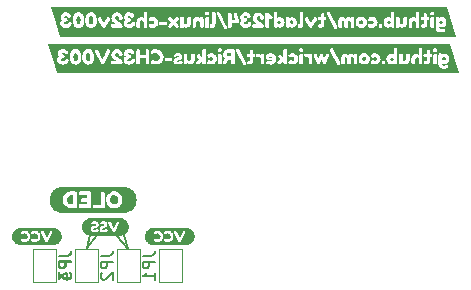
<source format=gbr>
%TF.GenerationSoftware,KiCad,Pcbnew,7.0.8*%
%TF.CreationDate,2024-02-27T14:33:36-06:00*%
%TF.ProjectId,Rickus-CH32V003,5269636b-7573-42d4-9348-333256303033,rev?*%
%TF.SameCoordinates,Original*%
%TF.FileFunction,Legend,Bot*%
%TF.FilePolarity,Positive*%
%FSLAX46Y46*%
G04 Gerber Fmt 4.6, Leading zero omitted, Abs format (unit mm)*
G04 Created by KiCad (PCBNEW 7.0.8) date 2024-02-27 14:33:36*
%MOMM*%
%LPD*%
G01*
G04 APERTURE LIST*
%ADD10C,0.150000*%
%ADD11C,0.120000*%
G04 APERTURE END LIST*
D10*
X188550000Y-99750000D02*
X188150000Y-98550000D01*
X187600000Y-98600000D02*
X188550000Y-99750000D01*
X185900000Y-98500000D02*
X185000000Y-99600000D01*
X185300000Y-98550000D02*
X185000000Y-99600000D01*
X189754819Y-100316666D02*
X190469104Y-100316666D01*
X190469104Y-100316666D02*
X190611961Y-100269047D01*
X190611961Y-100269047D02*
X190707200Y-100173809D01*
X190707200Y-100173809D02*
X190754819Y-100030952D01*
X190754819Y-100030952D02*
X190754819Y-99935714D01*
X190754819Y-100792857D02*
X189754819Y-100792857D01*
X189754819Y-100792857D02*
X189754819Y-101173809D01*
X189754819Y-101173809D02*
X189802438Y-101269047D01*
X189802438Y-101269047D02*
X189850057Y-101316666D01*
X189850057Y-101316666D02*
X189945295Y-101364285D01*
X189945295Y-101364285D02*
X190088152Y-101364285D01*
X190088152Y-101364285D02*
X190183390Y-101316666D01*
X190183390Y-101316666D02*
X190231009Y-101269047D01*
X190231009Y-101269047D02*
X190278628Y-101173809D01*
X190278628Y-101173809D02*
X190278628Y-100792857D01*
X190754819Y-102316666D02*
X190754819Y-101745238D01*
X190754819Y-102030952D02*
X189754819Y-102030952D01*
X189754819Y-102030952D02*
X189897676Y-101935714D01*
X189897676Y-101935714D02*
X189992914Y-101840476D01*
X189992914Y-101840476D02*
X190040533Y-101745238D01*
X182704819Y-100316666D02*
X183419104Y-100316666D01*
X183419104Y-100316666D02*
X183561961Y-100269047D01*
X183561961Y-100269047D02*
X183657200Y-100173809D01*
X183657200Y-100173809D02*
X183704819Y-100030952D01*
X183704819Y-100030952D02*
X183704819Y-99935714D01*
X183704819Y-100792857D02*
X182704819Y-100792857D01*
X182704819Y-100792857D02*
X182704819Y-101173809D01*
X182704819Y-101173809D02*
X182752438Y-101269047D01*
X182752438Y-101269047D02*
X182800057Y-101316666D01*
X182800057Y-101316666D02*
X182895295Y-101364285D01*
X182895295Y-101364285D02*
X183038152Y-101364285D01*
X183038152Y-101364285D02*
X183133390Y-101316666D01*
X183133390Y-101316666D02*
X183181009Y-101269047D01*
X183181009Y-101269047D02*
X183228628Y-101173809D01*
X183228628Y-101173809D02*
X183228628Y-100792857D01*
X183038152Y-102221428D02*
X183704819Y-102221428D01*
X182657200Y-101983333D02*
X183371485Y-101745238D01*
X183371485Y-101745238D02*
X183371485Y-102364285D01*
X182654819Y-100291666D02*
X183369104Y-100291666D01*
X183369104Y-100291666D02*
X183511961Y-100244047D01*
X183511961Y-100244047D02*
X183607200Y-100148809D01*
X183607200Y-100148809D02*
X183654819Y-100005952D01*
X183654819Y-100005952D02*
X183654819Y-99910714D01*
X183654819Y-100767857D02*
X182654819Y-100767857D01*
X182654819Y-100767857D02*
X182654819Y-101148809D01*
X182654819Y-101148809D02*
X182702438Y-101244047D01*
X182702438Y-101244047D02*
X182750057Y-101291666D01*
X182750057Y-101291666D02*
X182845295Y-101339285D01*
X182845295Y-101339285D02*
X182988152Y-101339285D01*
X182988152Y-101339285D02*
X183083390Y-101291666D01*
X183083390Y-101291666D02*
X183131009Y-101244047D01*
X183131009Y-101244047D02*
X183178628Y-101148809D01*
X183178628Y-101148809D02*
X183178628Y-100767857D01*
X182654819Y-101672619D02*
X182654819Y-102291666D01*
X182654819Y-102291666D02*
X183035771Y-101958333D01*
X183035771Y-101958333D02*
X183035771Y-102101190D01*
X183035771Y-102101190D02*
X183083390Y-102196428D01*
X183083390Y-102196428D02*
X183131009Y-102244047D01*
X183131009Y-102244047D02*
X183226247Y-102291666D01*
X183226247Y-102291666D02*
X183464342Y-102291666D01*
X183464342Y-102291666D02*
X183559580Y-102244047D01*
X183559580Y-102244047D02*
X183607200Y-102196428D01*
X183607200Y-102196428D02*
X183654819Y-102101190D01*
X183654819Y-102101190D02*
X183654819Y-101815476D01*
X183654819Y-101815476D02*
X183607200Y-101720238D01*
X183607200Y-101720238D02*
X183559580Y-101672619D01*
X186204819Y-100316666D02*
X186919104Y-100316666D01*
X186919104Y-100316666D02*
X187061961Y-100269047D01*
X187061961Y-100269047D02*
X187157200Y-100173809D01*
X187157200Y-100173809D02*
X187204819Y-100030952D01*
X187204819Y-100030952D02*
X187204819Y-99935714D01*
X187204819Y-100792857D02*
X186204819Y-100792857D01*
X186204819Y-100792857D02*
X186204819Y-101173809D01*
X186204819Y-101173809D02*
X186252438Y-101269047D01*
X186252438Y-101269047D02*
X186300057Y-101316666D01*
X186300057Y-101316666D02*
X186395295Y-101364285D01*
X186395295Y-101364285D02*
X186538152Y-101364285D01*
X186538152Y-101364285D02*
X186633390Y-101316666D01*
X186633390Y-101316666D02*
X186681009Y-101269047D01*
X186681009Y-101269047D02*
X186728628Y-101173809D01*
X186728628Y-101173809D02*
X186728628Y-100792857D01*
X186300057Y-101745238D02*
X186252438Y-101792857D01*
X186252438Y-101792857D02*
X186204819Y-101888095D01*
X186204819Y-101888095D02*
X186204819Y-102126190D01*
X186204819Y-102126190D02*
X186252438Y-102221428D01*
X186252438Y-102221428D02*
X186300057Y-102269047D01*
X186300057Y-102269047D02*
X186395295Y-102316666D01*
X186395295Y-102316666D02*
X186490533Y-102316666D01*
X186490533Y-102316666D02*
X186633390Y-102269047D01*
X186633390Y-102269047D02*
X187204819Y-101697619D01*
X187204819Y-101697619D02*
X187204819Y-102316666D01*
%TO.C,kibuzzard-65DE4638*%
G36*
X216276478Y-81744785D02*
G01*
X215529607Y-81744785D01*
X215456846Y-81744785D01*
X215002821Y-81744785D01*
X214257173Y-81744785D01*
X213476599Y-81744785D01*
X212416625Y-81744785D01*
X211358398Y-81744785D01*
X210913104Y-81744785D01*
X209883689Y-81744785D01*
X209168600Y-81744785D01*
X208260550Y-81744785D01*
X206474136Y-81744785D01*
X206039320Y-81744785D01*
X204775035Y-81744785D01*
X203988349Y-81744785D01*
X203000845Y-81744785D01*
X202029057Y-81744785D01*
X201014486Y-81744785D01*
X200292411Y-81744785D01*
X199187035Y-81744785D01*
X198476311Y-81744785D01*
X197129953Y-81744785D01*
X196696883Y-81744785D01*
X195556581Y-81744785D01*
X195196854Y-81744785D01*
X194138626Y-81744785D01*
X193080399Y-81744785D01*
X192062335Y-81744785D01*
X191281761Y-81744785D01*
X190591993Y-81744785D01*
X189374856Y-81744785D01*
X188623969Y-81744785D01*
X187209506Y-81744785D01*
X186466477Y-81744785D01*
X185379436Y-81744785D01*
X184317716Y-81744785D01*
X183261235Y-81744785D01*
X182770539Y-81744785D01*
X182770393Y-81744785D01*
X182420270Y-80577708D01*
X182770539Y-80577708D01*
X182786061Y-80694998D01*
X182832628Y-80797736D01*
X182910239Y-80885921D01*
X183011327Y-80953346D01*
X183128326Y-80993801D01*
X183261235Y-81007286D01*
X183393174Y-80993704D01*
X183509591Y-80952958D01*
X183610485Y-80885048D01*
X183659817Y-80830478D01*
X183703036Y-80761064D01*
X183722245Y-80715662D01*
X183725738Y-80698199D01*
X183744946Y-80603902D01*
X183702163Y-80527940D01*
X183573814Y-80502619D01*
X183481263Y-80520082D01*
X183428875Y-80610887D01*
X183332831Y-80694707D01*
X183259489Y-80705184D01*
X183179161Y-80695798D01*
X183123281Y-80667640D01*
X183079625Y-80582947D01*
X183122408Y-80500000D01*
X183223691Y-80464202D01*
X183303145Y-80460709D01*
X183348548Y-80443247D01*
X183383909Y-80398281D01*
X183390636Y-80347203D01*
X183832259Y-80347203D01*
X183840772Y-80497053D01*
X183866311Y-80630532D01*
X183908876Y-80747640D01*
X183968466Y-80848377D01*
X184028930Y-80912115D01*
X184109039Y-80963629D01*
X184206175Y-80997681D01*
X184317716Y-81009032D01*
X184429695Y-80997463D01*
X184528139Y-80962756D01*
X184609777Y-80911024D01*
X184671332Y-80848377D01*
X184718262Y-80773725D01*
X184756025Y-80685976D01*
X184784159Y-80581395D01*
X184801039Y-80467888D01*
X184806586Y-80347203D01*
X184893979Y-80347203D01*
X184902492Y-80497053D01*
X184928031Y-80630532D01*
X184970596Y-80747640D01*
X185030186Y-80848377D01*
X185090650Y-80912115D01*
X185170759Y-80963629D01*
X185267895Y-80997681D01*
X185379436Y-81009032D01*
X185491415Y-80997463D01*
X185589859Y-80962756D01*
X185671497Y-80911024D01*
X185733052Y-80848377D01*
X185779982Y-80773725D01*
X185817745Y-80685976D01*
X185845879Y-80581395D01*
X185862759Y-80467888D01*
X185868386Y-80345457D01*
X185863827Y-80234667D01*
X185859134Y-80200518D01*
X185938236Y-80200518D01*
X185973161Y-80296562D01*
X186334635Y-80916481D01*
X186390515Y-80969741D01*
X186466477Y-80993316D01*
X186538073Y-80974980D01*
X186586095Y-80937436D01*
X186601811Y-80918227D01*
X186651295Y-80833534D01*
X187052344Y-80833534D01*
X187063694Y-80921719D01*
X187101239Y-80967122D01*
X187209506Y-80988077D01*
X187892290Y-80988077D01*
X188000558Y-80940928D01*
X188045960Y-80830914D01*
X188029589Y-80740328D01*
X187980476Y-80657163D01*
X187908225Y-80583383D01*
X187900427Y-80577708D01*
X188133273Y-80577708D01*
X188148795Y-80694998D01*
X188195361Y-80797736D01*
X188272973Y-80885921D01*
X188374061Y-80953346D01*
X188491060Y-80993801D01*
X188623969Y-81007286D01*
X188755908Y-80993704D01*
X188872324Y-80952958D01*
X188973219Y-80885048D01*
X189020577Y-80832661D01*
X189221186Y-80832661D01*
X189223806Y-80892906D01*
X189240395Y-80939182D01*
X189285361Y-80973234D01*
X189374856Y-80984584D01*
X189461296Y-80973234D01*
X189507571Y-80939182D01*
X189524161Y-80892033D01*
X189526780Y-80829168D01*
X189526780Y-80523574D01*
X189566944Y-80411814D01*
X189669099Y-80371651D01*
X189778240Y-80409195D01*
X189832374Y-80493888D01*
X189832374Y-80832661D01*
X189834993Y-80892906D01*
X189851583Y-80939182D01*
X189896548Y-80973234D01*
X189986044Y-80984584D01*
X190074666Y-80972797D01*
X190120505Y-80937436D01*
X190135348Y-80892033D01*
X190137968Y-80830914D01*
X190137968Y-80799482D01*
X190251474Y-80799482D01*
X190275485Y-80863657D01*
X190347518Y-80923466D01*
X190458404Y-80975853D01*
X190591993Y-80993316D01*
X190698902Y-80980316D01*
X190803095Y-80941316D01*
X190904571Y-80876317D01*
X190954173Y-80826549D01*
X191892949Y-80826549D01*
X191955814Y-80933070D01*
X192062335Y-80995062D01*
X192168856Y-80932197D01*
X192360944Y-80738363D01*
X192554778Y-80932197D01*
X192660426Y-80995062D01*
X192766947Y-80933070D01*
X192825983Y-80834407D01*
X192926729Y-80834407D01*
X192929348Y-80892906D01*
X192945938Y-80937436D01*
X192992650Y-80971488D01*
X193080399Y-80982838D01*
X193166402Y-80972361D01*
X193211368Y-80940928D01*
X193228830Y-80869332D01*
X193260263Y-80904257D01*
X193307411Y-80942674D01*
X193436634Y-80981092D01*
X193547521Y-80966249D01*
X193645020Y-80921719D01*
X193729131Y-80847504D01*
X193740331Y-80830914D01*
X193984956Y-80830914D01*
X193987576Y-80891160D01*
X194002419Y-80935689D01*
X194048694Y-80971051D01*
X194138626Y-80982838D01*
X194236416Y-80966685D01*
X194281819Y-80918227D01*
X194292296Y-80829168D01*
X194292296Y-80521828D01*
X194333333Y-80410068D01*
X194443347Y-80369904D01*
X194555107Y-80411814D01*
X194597890Y-80521828D01*
X194597890Y-80830914D01*
X194600509Y-80891160D01*
X194617099Y-80935689D01*
X194662065Y-80971051D01*
X194751560Y-80982838D01*
X194840182Y-80971051D01*
X194886021Y-80935689D01*
X194900864Y-80889414D01*
X194903332Y-80832661D01*
X195043184Y-80832661D01*
X195045803Y-80892906D01*
X195062393Y-80939182D01*
X195107358Y-80973234D01*
X195196854Y-80984584D01*
X195285476Y-80972797D01*
X195331315Y-80937436D01*
X195346158Y-80892033D01*
X195348703Y-80832661D01*
X195444821Y-80832661D01*
X195453553Y-80921283D01*
X195479746Y-80967122D01*
X195556581Y-80985458D01*
X195696281Y-80977599D01*
X195807168Y-80946603D01*
X195870906Y-80888541D01*
X195907578Y-80777654D01*
X195919801Y-80616126D01*
X195919801Y-79784911D01*
X195918131Y-79746493D01*
X196015845Y-79746493D01*
X196040293Y-79833806D01*
X196600839Y-80998554D01*
X196622667Y-81042211D01*
X196648861Y-81069278D01*
X196696883Y-81082374D01*
X196784195Y-81056181D01*
X196861903Y-81009905D01*
X196881985Y-80965376D01*
X196861030Y-80878063D01*
X196837636Y-80829168D01*
X196978029Y-80829168D01*
X196994618Y-80929578D01*
X197045259Y-80972361D01*
X197129953Y-80982838D01*
X197210280Y-80974107D01*
X197255683Y-80953152D01*
X197278384Y-80918227D01*
X197288861Y-80827422D01*
X197288861Y-80614379D01*
X197762095Y-80614379D01*
X197859448Y-80597790D01*
X197878650Y-80577708D01*
X197985615Y-80577708D01*
X198001137Y-80694998D01*
X198047704Y-80797736D01*
X198125315Y-80885921D01*
X198226404Y-80953346D01*
X198343402Y-80993801D01*
X198476311Y-81007286D01*
X198608250Y-80993704D01*
X198724667Y-80952958D01*
X198825561Y-80885048D01*
X198872130Y-80833534D01*
X199029873Y-80833534D01*
X199041223Y-80921719D01*
X199078768Y-80967122D01*
X199187035Y-80988077D01*
X199869819Y-80988077D01*
X199978086Y-80940928D01*
X200022047Y-80834407D01*
X200136995Y-80834407D01*
X200139614Y-80894653D01*
X200156204Y-80940928D01*
X200202479Y-80976290D01*
X200292411Y-80988077D01*
X200380160Y-80976726D01*
X200426873Y-80942674D01*
X200443462Y-80894653D01*
X200446081Y-80830914D01*
X200847719Y-80830914D01*
X200850338Y-80891160D01*
X200866928Y-80935689D01*
X200916914Y-80971051D01*
X201014486Y-80982838D01*
X201109001Y-80961447D01*
X201149820Y-80897272D01*
X201237569Y-80960137D01*
X201354131Y-80981092D01*
X201455802Y-80965861D01*
X201551264Y-80920167D01*
X201640516Y-80844011D01*
X201651566Y-80829168D01*
X201891976Y-80829168D01*
X201894596Y-80889414D01*
X201909439Y-80935689D01*
X201951567Y-80969741D01*
X202029057Y-80981092D01*
X202156533Y-80957518D01*
X202194078Y-80888541D01*
X202280299Y-80957954D01*
X202409739Y-80981092D01*
X202508014Y-80965764D01*
X202601439Y-80919779D01*
X202690013Y-80843138D01*
X202697774Y-80832661D01*
X202889085Y-80832661D01*
X202897816Y-80921283D01*
X202924010Y-80967122D01*
X203000845Y-80985458D01*
X203140545Y-80977599D01*
X203251432Y-80946603D01*
X203315170Y-80888541D01*
X203351841Y-80777654D01*
X203364065Y-80616126D01*
X203364065Y-80200518D01*
X203460109Y-80200518D01*
X203495034Y-80296562D01*
X203856508Y-80916481D01*
X203912388Y-80969741D01*
X203988349Y-80993316D01*
X204059946Y-80974980D01*
X204107968Y-80937436D01*
X204123684Y-80918227D01*
X204486904Y-80296562D01*
X204514715Y-80221473D01*
X204574216Y-80221473D01*
X204586003Y-80310095D01*
X204621365Y-80355934D01*
X204667641Y-80370778D01*
X204727886Y-80373397D01*
X204841393Y-80366412D01*
X204841393Y-80607394D01*
X204826549Y-80675498D01*
X204770669Y-80696453D01*
X204707804Y-80699073D01*
X204661529Y-80715662D01*
X204621365Y-80832661D01*
X204633589Y-80921283D01*
X204670260Y-80967122D01*
X204716536Y-80981965D01*
X204775035Y-80984584D01*
X204886407Y-80975465D01*
X204978376Y-80948107D01*
X205050943Y-80902511D01*
X205103330Y-80835183D01*
X205134763Y-80742632D01*
X205145240Y-80624857D01*
X205145240Y-80366412D01*
X205216836Y-80371651D01*
X205280574Y-80341964D01*
X205305895Y-80240682D01*
X205297164Y-80136780D01*
X205272716Y-80090504D01*
X205202866Y-80067803D01*
X205145240Y-80074788D01*
X205145240Y-79894924D01*
X205142621Y-79835552D01*
X205126031Y-79793642D01*
X205081065Y-79760900D01*
X204991570Y-79749986D01*
X204896836Y-79766138D01*
X204850124Y-79814597D01*
X204841393Y-79903656D01*
X204841393Y-80074788D01*
X204725267Y-80067803D01*
X204665894Y-80070422D01*
X204619619Y-80087012D01*
X204585567Y-80131978D01*
X204574216Y-80221473D01*
X204514715Y-80221473D01*
X204521829Y-80202264D01*
X204499128Y-80141582D01*
X204431024Y-80085266D01*
X204326249Y-80046848D01*
X204266003Y-80070422D01*
X204219728Y-80141146D01*
X203990969Y-80581201D01*
X203762210Y-80141146D01*
X203733397Y-80093124D01*
X203702838Y-80063437D01*
X203646958Y-80048594D01*
X203550914Y-80085266D01*
X203482810Y-80141146D01*
X203460109Y-80200518D01*
X203364065Y-80200518D01*
X203364065Y-79784911D01*
X203362395Y-79746493D01*
X205358283Y-79746493D01*
X205382730Y-79833806D01*
X205943276Y-80998554D01*
X205965104Y-81042211D01*
X205991298Y-81069278D01*
X206039320Y-81082374D01*
X206126633Y-81056181D01*
X206204341Y-81009905D01*
X206224423Y-80965376D01*
X206203468Y-80878063D01*
X206180909Y-80830914D01*
X206320466Y-80830914D01*
X206323086Y-80891160D01*
X206339675Y-80937436D01*
X206384641Y-80972797D01*
X206474136Y-80984584D01*
X206562758Y-80972361D01*
X206608598Y-80935689D01*
X206623441Y-80889414D01*
X206626060Y-80829168D01*
X206626060Y-80523574D01*
X206653127Y-80409632D01*
X206734328Y-80371651D01*
X206817274Y-80411814D01*
X206839103Y-80525321D01*
X206839103Y-80830914D01*
X206841722Y-80892033D01*
X206858311Y-80937436D01*
X206904587Y-80972797D01*
X206994519Y-80984584D01*
X207083141Y-80972361D01*
X207128980Y-80935689D01*
X207143823Y-80889414D01*
X207146443Y-80829168D01*
X207146443Y-80523574D01*
X207173509Y-80409632D01*
X207254710Y-80371651D01*
X207333291Y-80409632D01*
X207359485Y-80523574D01*
X207359485Y-80832661D01*
X207362104Y-80892906D01*
X207378694Y-80939182D01*
X207425843Y-80973234D01*
X207514901Y-80984584D01*
X207603523Y-80972797D01*
X207649363Y-80937436D01*
X207664206Y-80892033D01*
X207666825Y-80830914D01*
X207666825Y-80523574D01*
X207780331Y-80523574D01*
X207799103Y-80660437D01*
X207855420Y-80781146D01*
X207938585Y-80878936D01*
X208037903Y-80947040D01*
X208147262Y-80986985D01*
X208260550Y-81000301D01*
X208374056Y-80986112D01*
X208484070Y-80943548D01*
X208583825Y-80873261D01*
X208646520Y-80799482D01*
X208828081Y-80799482D01*
X208852092Y-80863657D01*
X208924125Y-80923466D01*
X209035012Y-80975853D01*
X209168600Y-80993316D01*
X209275509Y-80980316D01*
X209379702Y-80941316D01*
X209481179Y-80876317D01*
X209531651Y-80825676D01*
X209730893Y-80825676D01*
X209733512Y-80887668D01*
X209751848Y-80935689D01*
X209797905Y-80973670D01*
X209883689Y-80986331D01*
X209971438Y-80978036D01*
X210023389Y-80953152D01*
X210057441Y-80827422D01*
X210057441Y-80820437D01*
X210054822Y-80759318D01*
X210038233Y-80712169D01*
X209992175Y-80672879D01*
X209906391Y-80659782D01*
X209817114Y-80668950D01*
X209760579Y-80696453D01*
X209730893Y-80818691D01*
X209730893Y-80825676D01*
X209531651Y-80825676D01*
X209546227Y-80811051D01*
X209598178Y-80727013D01*
X209632229Y-80628786D01*
X209643212Y-80524448D01*
X210144754Y-80524448D01*
X210159112Y-80641058D01*
X210202186Y-80747579D01*
X210273976Y-80844011D01*
X210362259Y-80920167D01*
X210454810Y-80965861D01*
X210551630Y-80981092D01*
X210678670Y-80960137D01*
X210762926Y-80897272D01*
X210807456Y-80961447D01*
X210913104Y-80982838D01*
X211001726Y-80971051D01*
X211047565Y-80935689D01*
X211062408Y-80889414D01*
X211064800Y-80834407D01*
X211204728Y-80834407D01*
X211207347Y-80892906D01*
X211223936Y-80937436D01*
X211270648Y-80971488D01*
X211358398Y-80982838D01*
X211444400Y-80972361D01*
X211489366Y-80940928D01*
X211506829Y-80869332D01*
X211538261Y-80904257D01*
X211585410Y-80942674D01*
X211714633Y-80981092D01*
X211825519Y-80966249D01*
X211923018Y-80921719D01*
X212007129Y-80847504D01*
X212017150Y-80832661D01*
X212262955Y-80832661D01*
X212265574Y-80892906D01*
X212282164Y-80939182D01*
X212327130Y-80973234D01*
X212416625Y-80984584D01*
X212503064Y-80973234D01*
X212549340Y-80939182D01*
X212565929Y-80892033D01*
X212568549Y-80829168D01*
X212568549Y-80523574D01*
X212608713Y-80411814D01*
X212710868Y-80371651D01*
X212820009Y-80409195D01*
X212874143Y-80493888D01*
X212874143Y-80832661D01*
X212876762Y-80892906D01*
X212893351Y-80939182D01*
X212938317Y-80973234D01*
X213027813Y-80984584D01*
X213116435Y-80972797D01*
X213162274Y-80937436D01*
X213177117Y-80892033D01*
X213179736Y-80830914D01*
X213179736Y-80221473D01*
X213275780Y-80221473D01*
X213287567Y-80310095D01*
X213322929Y-80355934D01*
X213369204Y-80370778D01*
X213429450Y-80373397D01*
X213542956Y-80366412D01*
X213542956Y-80607394D01*
X213528113Y-80675498D01*
X213472233Y-80696453D01*
X213409368Y-80699073D01*
X213363093Y-80715662D01*
X213322929Y-80832661D01*
X213335153Y-80921283D01*
X213371824Y-80967122D01*
X213418099Y-80981965D01*
X213476599Y-80984584D01*
X213587971Y-80975465D01*
X213679940Y-80948107D01*
X213752506Y-80902511D01*
X213804894Y-80835183D01*
X213805751Y-80832661D01*
X214103503Y-80832661D01*
X214106122Y-80892906D01*
X214122711Y-80939182D01*
X214167677Y-80973234D01*
X214257173Y-80984584D01*
X214345795Y-80972797D01*
X214391634Y-80937436D01*
X214392776Y-80933943D01*
X214548796Y-80933943D01*
X214564319Y-81059188D01*
X214610885Y-81167165D01*
X214688496Y-81257873D01*
X214785510Y-81326267D01*
X214890285Y-81367304D01*
X215002821Y-81380983D01*
X215132480Y-81364830D01*
X215256028Y-81316372D01*
X215346396Y-81254817D01*
X215376519Y-81199373D01*
X215324131Y-81078882D01*
X215272617Y-81028241D01*
X215229834Y-81014271D01*
X215179193Y-81035226D01*
X215091880Y-81083684D01*
X214997583Y-81099837D01*
X214889315Y-81047449D01*
X214847405Y-80921719D01*
X214847405Y-80869332D01*
X214933408Y-80934816D01*
X215058701Y-80956644D01*
X215153290Y-80941801D01*
X215243804Y-80897272D01*
X215330243Y-80823056D01*
X215400578Y-80729050D01*
X215442779Y-80625148D01*
X215456846Y-80511351D01*
X215442682Y-80397456D01*
X215400190Y-80293263D01*
X215329370Y-80198772D01*
X215241669Y-80124071D01*
X215148536Y-80079251D01*
X215049970Y-80064311D01*
X214941703Y-80086139D01*
X214874472Y-80126303D01*
X214845659Y-80160354D01*
X214809861Y-80086139D01*
X214711198Y-80060818D01*
X214611661Y-80071296D01*
X214567132Y-80107094D01*
X214551416Y-80151623D01*
X214548796Y-80210996D01*
X214548796Y-80933943D01*
X214392776Y-80933943D01*
X214406477Y-80892033D01*
X214409096Y-80830914D01*
X214409096Y-80217981D01*
X214406477Y-80157735D01*
X214391634Y-80111459D01*
X214345358Y-80077407D01*
X214256299Y-80066167D01*
X214255426Y-80066057D01*
X214136681Y-80095743D01*
X214105249Y-80170832D01*
X214103503Y-80221473D01*
X214103503Y-80832661D01*
X213805751Y-80832661D01*
X213836326Y-80742632D01*
X213846804Y-80624857D01*
X213846804Y-80366412D01*
X213918400Y-80371651D01*
X213982138Y-80341964D01*
X214007459Y-80240682D01*
X213998728Y-80136780D01*
X213974280Y-80090504D01*
X213904430Y-80067803D01*
X213846804Y-80074788D01*
X213846804Y-79894924D01*
X213844184Y-79835552D01*
X213827595Y-79793642D01*
X213820400Y-79788403D01*
X214103503Y-79788403D01*
X214106122Y-79848649D01*
X214121838Y-79894051D01*
X214168114Y-79929849D01*
X214256299Y-79940327D01*
X214344485Y-79929849D01*
X214390761Y-79893178D01*
X214406477Y-79846902D01*
X214409096Y-79786657D01*
X214406477Y-79726411D01*
X214391634Y-79681882D01*
X214345358Y-79646520D01*
X214255426Y-79634733D01*
X214167241Y-79646520D01*
X214122711Y-79681882D01*
X214106122Y-79728157D01*
X214103503Y-79788403D01*
X213820400Y-79788403D01*
X213782629Y-79760900D01*
X213693134Y-79749986D01*
X213598400Y-79766138D01*
X213551688Y-79814597D01*
X213542956Y-79903656D01*
X213542956Y-80074788D01*
X213426831Y-80067803D01*
X213367458Y-80070422D01*
X213321183Y-80087012D01*
X213287131Y-80131978D01*
X213275780Y-80221473D01*
X213179736Y-80221473D01*
X213179736Y-79786657D01*
X213177117Y-79726411D01*
X213162274Y-79681882D01*
X213115998Y-79646520D01*
X213026066Y-79634733D01*
X212937881Y-79646520D01*
X212893351Y-79681882D01*
X212876762Y-79728157D01*
X212874143Y-79788403D01*
X212874143Y-80174324D01*
X212779408Y-80094433D01*
X212669831Y-80067803D01*
X212559915Y-80082549D01*
X212462998Y-80126788D01*
X212379081Y-80200518D01*
X212314566Y-80295592D01*
X212275858Y-80403859D01*
X212262955Y-80525321D01*
X212262955Y-80832661D01*
X212017150Y-80832661D01*
X212071644Y-80751945D01*
X212110352Y-80643387D01*
X212123255Y-80521828D01*
X212123255Y-80216234D01*
X212120636Y-80155116D01*
X212105793Y-80109713D01*
X212059517Y-80074352D01*
X211969585Y-80062564D01*
X211872668Y-80079154D01*
X211826393Y-80128922D01*
X211815915Y-80217981D01*
X211815915Y-80523574D01*
X211774878Y-80635334D01*
X211664864Y-80675498D01*
X211553104Y-80633588D01*
X211510321Y-80523574D01*
X211510321Y-80214488D01*
X211507702Y-80154242D01*
X211491113Y-80107967D01*
X211446147Y-80073915D01*
X211356651Y-80062564D01*
X211268029Y-80074352D01*
X211222190Y-80109713D01*
X211207347Y-80155989D01*
X211204728Y-80216234D01*
X211204728Y-80834407D01*
X211064800Y-80834407D01*
X211065028Y-80829168D01*
X211065028Y-79786657D01*
X211062408Y-79726411D01*
X211047565Y-79681882D01*
X211001289Y-79646520D01*
X210911358Y-79634733D01*
X210823172Y-79646520D01*
X210778643Y-79681882D01*
X210762053Y-79728157D01*
X210759434Y-79788403D01*
X210759434Y-80151623D01*
X210674741Y-80087448D01*
X210560361Y-80066057D01*
X210459564Y-80081385D01*
X210364393Y-80127370D01*
X210274849Y-80204011D01*
X210202574Y-80300928D01*
X210159209Y-80407740D01*
X210144754Y-80524448D01*
X209643212Y-80524448D01*
X209643580Y-80520955D01*
X209632229Y-80413561D01*
X209598178Y-80316644D01*
X209546227Y-80233915D01*
X209481179Y-80169086D01*
X209382419Y-80105056D01*
X209279390Y-80066639D01*
X209172093Y-80053833D01*
X209042870Y-80072169D01*
X208950319Y-80107967D01*
X208922379Y-80125429D01*
X208873484Y-80158608D01*
X208828081Y-80238062D01*
X208864753Y-80338472D01*
X208926308Y-80410505D01*
X208985244Y-80434516D01*
X209079541Y-80396098D01*
X209169473Y-80366412D01*
X209278614Y-80408322D01*
X209329255Y-80524448D01*
X209280360Y-80639700D01*
X209176458Y-80680737D01*
X209073429Y-80648431D01*
X208995721Y-80616126D01*
X208937658Y-80639263D01*
X208868245Y-80708677D01*
X208828081Y-80799482D01*
X208646520Y-80799482D01*
X208666553Y-80775908D01*
X208722215Y-80657817D01*
X208740769Y-80525321D01*
X208724470Y-80393770D01*
X208675575Y-80278517D01*
X208594084Y-80179563D01*
X208491637Y-80103892D01*
X208379877Y-80058490D01*
X208258804Y-80043356D01*
X208137924Y-80058393D01*
X208026747Y-80103504D01*
X207925270Y-80178690D01*
X207844749Y-80277159D01*
X207796436Y-80392121D01*
X207780331Y-80523574D01*
X207666825Y-80523574D01*
X207666825Y-80216234D01*
X207664206Y-80155989D01*
X207647616Y-80111459D01*
X207603523Y-80076098D01*
X207523633Y-80064311D01*
X207396156Y-80095743D01*
X207366470Y-80186548D01*
X207276102Y-80093560D01*
X207169144Y-80062564D01*
X207060488Y-80079445D01*
X206972012Y-80130086D01*
X206903714Y-80214488D01*
X206857438Y-80159481D01*
X206770999Y-80096616D01*
X206648761Y-80062564D01*
X206520412Y-80089413D01*
X206414764Y-80169959D01*
X206362376Y-80257174D01*
X206330944Y-80375628D01*
X206320466Y-80525321D01*
X206320466Y-80830914D01*
X206180909Y-80830914D01*
X205641175Y-79702837D01*
X205581803Y-79626002D01*
X205540766Y-79619017D01*
X205452580Y-79646957D01*
X205381857Y-79694542D01*
X205358283Y-79746493D01*
X203362395Y-79746493D01*
X203361446Y-79724665D01*
X203346603Y-79678389D01*
X203300327Y-79643028D01*
X203210395Y-79631241D01*
X203123956Y-79643028D01*
X203077680Y-79678389D01*
X203061091Y-79725538D01*
X203058471Y-79786657D01*
X203058471Y-80595171D01*
X203047994Y-80674625D01*
X203001718Y-80691214D01*
X202953696Y-80693834D01*
X202924010Y-80708677D01*
X202889085Y-80832661D01*
X202697774Y-80832661D01*
X202761803Y-80746221D01*
X202804877Y-80639409D01*
X202819235Y-80522701D01*
X202804780Y-80406091D01*
X202761415Y-80299569D01*
X202689139Y-80203137D01*
X202599596Y-80126982D01*
X202504425Y-80081288D01*
X202403628Y-80066057D01*
X202295360Y-80087012D01*
X202227256Y-80126303D01*
X202195824Y-80162101D01*
X202156097Y-80088758D01*
X202057870Y-80064311D01*
X201956588Y-80074788D01*
X201910312Y-80111459D01*
X201894596Y-80157735D01*
X201891976Y-80217981D01*
X201891976Y-80829168D01*
X201651566Y-80829168D01*
X201712307Y-80747579D01*
X201755381Y-80641058D01*
X201769739Y-80524448D01*
X201755284Y-80407740D01*
X201711919Y-80300928D01*
X201639643Y-80204011D01*
X201550099Y-80127370D01*
X201454929Y-80081385D01*
X201354131Y-80066057D01*
X201239315Y-80087885D01*
X201153313Y-80153369D01*
X201153313Y-79786657D01*
X201150693Y-79726411D01*
X201134977Y-79681009D01*
X201088701Y-79645211D01*
X201000516Y-79634733D01*
X200912330Y-79645211D01*
X200866054Y-79681882D01*
X200850338Y-79728157D01*
X200847719Y-79788403D01*
X200847719Y-80830914D01*
X200446081Y-80830914D01*
X200446081Y-80207503D01*
X200468783Y-80228458D01*
X200591020Y-80282592D01*
X200696668Y-80221473D01*
X200751675Y-80113206D01*
X200688810Y-80010177D01*
X200402425Y-79751732D01*
X200397186Y-79748239D01*
X200298523Y-79702837D01*
X200215576Y-79711568D01*
X200170174Y-79731650D01*
X200145726Y-79769194D01*
X200136995Y-79861746D01*
X200136995Y-80834407D01*
X200022047Y-80834407D01*
X200023489Y-80830914D01*
X200007118Y-80740328D01*
X199958004Y-80657163D01*
X199885753Y-80583383D01*
X199799969Y-80520955D01*
X199707418Y-80464638D01*
X199614866Y-80409195D01*
X199529082Y-80350477D01*
X199456831Y-80284338D01*
X199407717Y-80212305D01*
X199391346Y-80135907D01*
X199403570Y-80091377D01*
X199430637Y-80044229D01*
X199476913Y-80010177D01*
X199564225Y-79994461D01*
X199661142Y-80035497D01*
X199707418Y-80116698D01*
X199714403Y-80156862D01*
X199714403Y-80167339D01*
X199717022Y-80224966D01*
X199733611Y-80268622D01*
X199780760Y-80300054D01*
X199869819Y-80310532D01*
X199967172Y-80293943D01*
X200014758Y-80244174D01*
X200023489Y-80155116D01*
X200009034Y-80038214D01*
X199965669Y-79929655D01*
X199893393Y-79829440D01*
X199797737Y-79749404D01*
X199684231Y-79701382D01*
X199552874Y-79685374D01*
X199421421Y-79701576D01*
X199307623Y-79750180D01*
X199211483Y-79831186D01*
X199138722Y-79932954D01*
X199095066Y-80043841D01*
X199080514Y-80163847D01*
X199091428Y-80260764D01*
X199124170Y-80352442D01*
X199172192Y-80432769D01*
X199228945Y-80495634D01*
X199351183Y-80592115D01*
X199459450Y-80651051D01*
X199503106Y-80668513D01*
X199503106Y-80677244D01*
X199183543Y-80677244D01*
X199081387Y-80693834D01*
X199040350Y-80744475D01*
X199029873Y-80833534D01*
X198872130Y-80833534D01*
X198874893Y-80830478D01*
X198918113Y-80761064D01*
X198937321Y-80715662D01*
X198940814Y-80698199D01*
X198960023Y-80603902D01*
X198917239Y-80527940D01*
X198788890Y-80502619D01*
X198696339Y-80520082D01*
X198643951Y-80610887D01*
X198547908Y-80694707D01*
X198474565Y-80705184D01*
X198394238Y-80695798D01*
X198338358Y-80667640D01*
X198294701Y-80582947D01*
X198337484Y-80500000D01*
X198438767Y-80464202D01*
X198518221Y-80460709D01*
X198563624Y-80443247D01*
X198598985Y-80398281D01*
X198610773Y-80308786D01*
X198594620Y-80211432D01*
X198546161Y-80163847D01*
X198455356Y-80155116D01*
X198355820Y-80138090D01*
X198322641Y-80087012D01*
X198357566Y-80017162D01*
X198454483Y-79983983D01*
X198553146Y-80004938D01*
X198598549Y-80046848D01*
X198609026Y-80067803D01*
X198657921Y-80133287D01*
X198724279Y-80155116D01*
X198820323Y-80123683D01*
X198885807Y-80069113D01*
X198907635Y-80006684D01*
X198867471Y-79887939D01*
X198829054Y-79832932D01*
X198756584Y-79763956D01*
X198641332Y-79709822D01*
X198562969Y-79691486D01*
X198476311Y-79685374D01*
X198343208Y-79698956D01*
X198230284Y-79739702D01*
X198137539Y-79807612D01*
X198068659Y-79892499D01*
X198027331Y-79984177D01*
X198013555Y-80082646D01*
X198028689Y-80175100D01*
X198074092Y-80248734D01*
X198149763Y-80303547D01*
X198149763Y-80315771D01*
X198098248Y-80353315D01*
X198043241Y-80410068D01*
X198000022Y-80488649D01*
X197985615Y-80577708D01*
X197878650Y-80577708D01*
X197907034Y-80548022D01*
X197915765Y-80472933D01*
X197910526Y-80403083D01*
X197765588Y-79818089D01*
X197747252Y-79756971D01*
X197715819Y-79716807D01*
X197655574Y-79697598D01*
X197575246Y-79709822D01*
X197483568Y-79754351D01*
X197453009Y-79821582D01*
X197465233Y-79894924D01*
X197466979Y-79900163D01*
X197573500Y-80326248D01*
X197288861Y-80326248D01*
X197288861Y-79849522D01*
X197286242Y-79790149D01*
X197269653Y-79746493D01*
X197221631Y-79712441D01*
X197132572Y-79702837D01*
X197044386Y-79714187D01*
X196997238Y-79750859D01*
X196980648Y-79797134D01*
X196978029Y-79858253D01*
X196978029Y-80829168D01*
X196837636Y-80829168D01*
X196298738Y-79702837D01*
X196239365Y-79626002D01*
X196198328Y-79619017D01*
X196110143Y-79646957D01*
X196039419Y-79694542D01*
X196015845Y-79746493D01*
X195918131Y-79746493D01*
X195917182Y-79724665D01*
X195902339Y-79678389D01*
X195856063Y-79643028D01*
X195766131Y-79631241D01*
X195679692Y-79643028D01*
X195633416Y-79678389D01*
X195616827Y-79725538D01*
X195614208Y-79786657D01*
X195614208Y-80595171D01*
X195603730Y-80674625D01*
X195557454Y-80691214D01*
X195509433Y-80693834D01*
X195479746Y-80708677D01*
X195444821Y-80832661D01*
X195348703Y-80832661D01*
X195348778Y-80830914D01*
X195348778Y-80217981D01*
X195346158Y-80157735D01*
X195331315Y-80111459D01*
X195285039Y-80077407D01*
X195195981Y-80066167D01*
X195195108Y-80066057D01*
X195076363Y-80095743D01*
X195044930Y-80170832D01*
X195043184Y-80221473D01*
X195043184Y-80832661D01*
X194903332Y-80832661D01*
X194903484Y-80829168D01*
X194903484Y-80210996D01*
X194900864Y-80152496D01*
X194884275Y-80107967D01*
X194838436Y-80075225D01*
X194749814Y-80064311D01*
X194663811Y-80074352D01*
X194618845Y-80104474D01*
X194601383Y-80176071D01*
X194569950Y-80141146D01*
X194522801Y-80104474D01*
X194391833Y-80064311D01*
X194281916Y-80079154D01*
X194184999Y-80123683D01*
X194101082Y-80197899D01*
X194036568Y-80293457D01*
X193997859Y-80402016D01*
X193984956Y-80523574D01*
X193984956Y-80830914D01*
X193740331Y-80830914D01*
X193793645Y-80751945D01*
X193832353Y-80643387D01*
X193845256Y-80521828D01*
X193845256Y-80216234D01*
X193842637Y-80155116D01*
X193827794Y-80109713D01*
X193781518Y-80074352D01*
X193691586Y-80062564D01*
X193594669Y-80079154D01*
X193548394Y-80128922D01*
X193537916Y-80217981D01*
X193537916Y-80523574D01*
X193496879Y-80635334D01*
X193386866Y-80675498D01*
X193275106Y-80633588D01*
X193232323Y-80523574D01*
X193232323Y-80214488D01*
X193229703Y-80154242D01*
X193213114Y-80107967D01*
X193168148Y-80073915D01*
X193078653Y-80062564D01*
X192990030Y-80074352D01*
X192944191Y-80109713D01*
X192929348Y-80155989D01*
X192926729Y-80216234D01*
X192926729Y-80834407D01*
X192825983Y-80834407D01*
X192830685Y-80826549D01*
X192767820Y-80719154D01*
X192573986Y-80523574D01*
X192767820Y-80327994D01*
X192830685Y-80220600D01*
X192766947Y-80113206D01*
X192660426Y-80050341D01*
X192554778Y-80113206D01*
X192360944Y-80308786D01*
X192168856Y-80113206D01*
X192062335Y-80050341D01*
X191955814Y-80113206D01*
X191892949Y-80220600D01*
X191955814Y-80327994D01*
X192149648Y-80523574D01*
X191955814Y-80719154D01*
X191892949Y-80826549D01*
X190954173Y-80826549D01*
X190969619Y-80811051D01*
X191021570Y-80727013D01*
X191055622Y-80628786D01*
X191058241Y-80603902D01*
X191154285Y-80603902D01*
X191163889Y-80683356D01*
X191194449Y-80726139D01*
X191281761Y-80741856D01*
X191697369Y-80741856D01*
X191775513Y-80727013D01*
X191814368Y-80682483D01*
X191823099Y-80602156D01*
X191812621Y-80523574D01*
X191779443Y-80481664D01*
X191695623Y-80465948D01*
X191280015Y-80465948D01*
X191202307Y-80480355D01*
X191164763Y-80523574D01*
X191154285Y-80603902D01*
X191058241Y-80603902D01*
X191066973Y-80520955D01*
X191055622Y-80413561D01*
X191021570Y-80316644D01*
X190969619Y-80233915D01*
X190904571Y-80169086D01*
X190805811Y-80105056D01*
X190702782Y-80066639D01*
X190595485Y-80053833D01*
X190466263Y-80072169D01*
X190373711Y-80107967D01*
X190345771Y-80125429D01*
X190296876Y-80158608D01*
X190251474Y-80238062D01*
X190288145Y-80338472D01*
X190349700Y-80410505D01*
X190408636Y-80434516D01*
X190502934Y-80396098D01*
X190592866Y-80366412D01*
X190702006Y-80408322D01*
X190752648Y-80524448D01*
X190703753Y-80639700D01*
X190599851Y-80680737D01*
X190496822Y-80648431D01*
X190419114Y-80616126D01*
X190361051Y-80639263D01*
X190291638Y-80708677D01*
X190251474Y-80799482D01*
X190137968Y-80799482D01*
X190137968Y-79788403D01*
X195043184Y-79788403D01*
X195045803Y-79848649D01*
X195061519Y-79894051D01*
X195107795Y-79929849D01*
X195195981Y-79940327D01*
X195284166Y-79929849D01*
X195330442Y-79893178D01*
X195346158Y-79846902D01*
X195348778Y-79786657D01*
X195346158Y-79726411D01*
X195331315Y-79681882D01*
X195285039Y-79646520D01*
X195195108Y-79634733D01*
X195106922Y-79646520D01*
X195062393Y-79681882D01*
X195045803Y-79728157D01*
X195043184Y-79788403D01*
X190137968Y-79788403D01*
X190137968Y-79786657D01*
X190135348Y-79726411D01*
X190120505Y-79681882D01*
X190074229Y-79646520D01*
X189984298Y-79634733D01*
X189896112Y-79646520D01*
X189851583Y-79681882D01*
X189834993Y-79728157D01*
X189832374Y-79788403D01*
X189832374Y-80174324D01*
X189737640Y-80094433D01*
X189628063Y-80067803D01*
X189518146Y-80082549D01*
X189421229Y-80126788D01*
X189337312Y-80200518D01*
X189272798Y-80295592D01*
X189234089Y-80403859D01*
X189221186Y-80525321D01*
X189221186Y-80832661D01*
X189020577Y-80832661D01*
X189022550Y-80830478D01*
X189065770Y-80761064D01*
X189084979Y-80715662D01*
X189088471Y-80698199D01*
X189107680Y-80603902D01*
X189064897Y-80527940D01*
X188936548Y-80502619D01*
X188843996Y-80520082D01*
X188791609Y-80610887D01*
X188695565Y-80694707D01*
X188622223Y-80705184D01*
X188541895Y-80695798D01*
X188486015Y-80667640D01*
X188442359Y-80582947D01*
X188485142Y-80500000D01*
X188586424Y-80464202D01*
X188665879Y-80460709D01*
X188711281Y-80443247D01*
X188746643Y-80398281D01*
X188758430Y-80308786D01*
X188742277Y-80211432D01*
X188693819Y-80163847D01*
X188603014Y-80155116D01*
X188503478Y-80138090D01*
X188470299Y-80087012D01*
X188505224Y-80017162D01*
X188602141Y-79983983D01*
X188700804Y-80004938D01*
X188746206Y-80046848D01*
X188756684Y-80067803D01*
X188805579Y-80133287D01*
X188871936Y-80155116D01*
X188967980Y-80123683D01*
X189033464Y-80069113D01*
X189055293Y-80006684D01*
X189015129Y-79887939D01*
X188976711Y-79832932D01*
X188904242Y-79763956D01*
X188788989Y-79709822D01*
X188710626Y-79691486D01*
X188623969Y-79685374D01*
X188490866Y-79698956D01*
X188377942Y-79739702D01*
X188285196Y-79807612D01*
X188216316Y-79892499D01*
X188174989Y-79984177D01*
X188161213Y-80082646D01*
X188176347Y-80175100D01*
X188221749Y-80248734D01*
X188297420Y-80303547D01*
X188297420Y-80315771D01*
X188245906Y-80353315D01*
X188190899Y-80410068D01*
X188147679Y-80488649D01*
X188133273Y-80577708D01*
X187900427Y-80577708D01*
X187822440Y-80520955D01*
X187729889Y-80464638D01*
X187637338Y-80409195D01*
X187551553Y-80350477D01*
X187479302Y-80284338D01*
X187430189Y-80212305D01*
X187413818Y-80135907D01*
X187426041Y-80091377D01*
X187453108Y-80044229D01*
X187499384Y-80010177D01*
X187586696Y-79994461D01*
X187683613Y-80035497D01*
X187729889Y-80116698D01*
X187736874Y-80156862D01*
X187736874Y-80167339D01*
X187739493Y-80224966D01*
X187756083Y-80268622D01*
X187803231Y-80300054D01*
X187892290Y-80310532D01*
X187989643Y-80293943D01*
X188037229Y-80244174D01*
X188045960Y-80155116D01*
X188031505Y-80038214D01*
X187988140Y-79929655D01*
X187915864Y-79829440D01*
X187820209Y-79749404D01*
X187706702Y-79701382D01*
X187575346Y-79685374D01*
X187443892Y-79701576D01*
X187330095Y-79750180D01*
X187233954Y-79831186D01*
X187161193Y-79932954D01*
X187117537Y-80043841D01*
X187102985Y-80163847D01*
X187113899Y-80260764D01*
X187146641Y-80352442D01*
X187194663Y-80432769D01*
X187251416Y-80495634D01*
X187373654Y-80592115D01*
X187481921Y-80651051D01*
X187525578Y-80668513D01*
X187525578Y-80677244D01*
X187206014Y-80677244D01*
X187103858Y-80693834D01*
X187062821Y-80744475D01*
X187052344Y-80833534D01*
X186651295Y-80833534D01*
X186965031Y-80296562D01*
X186999956Y-80202264D01*
X186977255Y-80141582D01*
X186909151Y-80085266D01*
X186804376Y-80046848D01*
X186744131Y-80070422D01*
X186697855Y-80141146D01*
X186469096Y-80581201D01*
X186240338Y-80141146D01*
X186211524Y-80093124D01*
X186180965Y-80063437D01*
X186125085Y-80048594D01*
X186029041Y-80085266D01*
X185960938Y-80141146D01*
X185938236Y-80200518D01*
X185859134Y-80200518D01*
X185850148Y-80135131D01*
X185827349Y-80046848D01*
X185783911Y-79936180D01*
X185735671Y-79852141D01*
X185674771Y-79787093D01*
X185593352Y-79733396D01*
X185494471Y-79697380D01*
X185381183Y-79685374D01*
X185268331Y-79697162D01*
X185170759Y-79732523D01*
X185090432Y-79785347D01*
X185029313Y-79849522D01*
X184982819Y-79925484D01*
X184946366Y-80013669D01*
X184917262Y-80120579D01*
X184899800Y-80231757D01*
X184893979Y-80347203D01*
X184806586Y-80347203D01*
X184806666Y-80345457D01*
X184802107Y-80234667D01*
X184788428Y-80135131D01*
X184765629Y-80046848D01*
X184722191Y-79936180D01*
X184673951Y-79852141D01*
X184613051Y-79787093D01*
X184531632Y-79733396D01*
X184432751Y-79697380D01*
X184319463Y-79685374D01*
X184206611Y-79697162D01*
X184109039Y-79732523D01*
X184028712Y-79785347D01*
X183967593Y-79849522D01*
X183921099Y-79925484D01*
X183884646Y-80013669D01*
X183855542Y-80120579D01*
X183838080Y-80231757D01*
X183832259Y-80347203D01*
X183390636Y-80347203D01*
X183395696Y-80308786D01*
X183379543Y-80211432D01*
X183331085Y-80163847D01*
X183240280Y-80155116D01*
X183140744Y-80138090D01*
X183107565Y-80087012D01*
X183142490Y-80017162D01*
X183239407Y-79983983D01*
X183338070Y-80004938D01*
X183383473Y-80046848D01*
X183393950Y-80067803D01*
X183442845Y-80133287D01*
X183509203Y-80155116D01*
X183605246Y-80123683D01*
X183670731Y-80069113D01*
X183692559Y-80006684D01*
X183652395Y-79887939D01*
X183613978Y-79832932D01*
X183541508Y-79763956D01*
X183426256Y-79709822D01*
X183347893Y-79691486D01*
X183261235Y-79685374D01*
X183128132Y-79698956D01*
X183015208Y-79739702D01*
X182922463Y-79807612D01*
X182853583Y-79892499D01*
X182812255Y-79984177D01*
X182798479Y-80082646D01*
X182813613Y-80175100D01*
X182859015Y-80248734D01*
X182934686Y-80303547D01*
X182934686Y-80315771D01*
X182883172Y-80353315D01*
X182828165Y-80410068D01*
X182784945Y-80488649D01*
X182770539Y-80577708D01*
X182420270Y-80577708D01*
X182023522Y-79255215D01*
X182770393Y-79255215D01*
X182770539Y-79255215D01*
X215456846Y-79255215D01*
X215529607Y-79255215D01*
X216276478Y-81744785D01*
G37*
G36*
X185459109Y-80016452D02*
G01*
X185514771Y-80082428D01*
X185548168Y-80192387D01*
X185559300Y-80346330D01*
X185548277Y-80500273D01*
X185515207Y-80610232D01*
X185460091Y-80676208D01*
X185382929Y-80698199D01*
X185304238Y-80676808D01*
X185248031Y-80612633D01*
X185214307Y-80505675D01*
X185203065Y-80355934D01*
X185203065Y-80345457D01*
X185214197Y-80191896D01*
X185247594Y-80082210D01*
X185303256Y-80016398D01*
X185381183Y-79994461D01*
X185459109Y-80016452D01*
G37*
G36*
X184397389Y-80016452D02*
G01*
X184453051Y-80082428D01*
X184486448Y-80192387D01*
X184497580Y-80346330D01*
X184486557Y-80500273D01*
X184453487Y-80610232D01*
X184398371Y-80676208D01*
X184321209Y-80698199D01*
X184242518Y-80676808D01*
X184186311Y-80612633D01*
X184152587Y-80505675D01*
X184141345Y-80355934D01*
X184141345Y-80345457D01*
X184152477Y-80191896D01*
X184185874Y-80082210D01*
X184241536Y-80016398D01*
X184319463Y-79994461D01*
X184397389Y-80016452D01*
G37*
G36*
X208377549Y-80394352D02*
G01*
X208418149Y-80448267D01*
X208431683Y-80522701D01*
X208417713Y-80596917D01*
X208375803Y-80650178D01*
X208262296Y-80692961D01*
X208147044Y-80649304D01*
X208103824Y-80595171D01*
X208089418Y-80520082D01*
X208102951Y-80445430D01*
X208143551Y-80392606D01*
X208260550Y-80350696D01*
X208377549Y-80394352D01*
G37*
G36*
X210714904Y-80420546D02*
G01*
X210755941Y-80526194D01*
X210713158Y-80630096D01*
X210605764Y-80677244D01*
X210495750Y-80630096D01*
X210450348Y-80525321D01*
X210492258Y-80419673D01*
X210604018Y-80371651D01*
X210714904Y-80420546D01*
G37*
G36*
X201422235Y-80419673D02*
G01*
X201464145Y-80525321D01*
X201418743Y-80630096D01*
X201308729Y-80677244D01*
X201201334Y-80630096D01*
X201158551Y-80526194D01*
X201199588Y-80420546D01*
X201310475Y-80371651D01*
X201422235Y-80419673D01*
G37*
G36*
X202470858Y-80418799D02*
G01*
X202513641Y-80525321D01*
X202468239Y-80629222D01*
X202358225Y-80675498D01*
X202250831Y-80628349D01*
X202208048Y-80524448D01*
X202249084Y-80418799D01*
X202359098Y-80369904D01*
X202470858Y-80418799D01*
G37*
G36*
X215116328Y-80408322D02*
G01*
X215158238Y-80512224D01*
X215113708Y-80614379D01*
X215005441Y-80659782D01*
X214899793Y-80613506D01*
X214857883Y-80512224D01*
X214898046Y-80409195D01*
X215006314Y-80361173D01*
X215116328Y-80408322D01*
G37*
%TO.C,kibuzzard-65DE45D7*%
G36*
X216527065Y-84844785D02*
G01*
X215780194Y-84844785D01*
X215707433Y-84844785D01*
X215253408Y-84844785D01*
X214507759Y-84844785D01*
X213727186Y-84844785D01*
X212667212Y-84844785D01*
X211608984Y-84844785D01*
X211163691Y-84844785D01*
X210134276Y-84844785D01*
X209419187Y-84844785D01*
X208511137Y-84844785D01*
X206724723Y-84844785D01*
X206289907Y-84844785D01*
X204644939Y-84844785D01*
X203976126Y-84844785D01*
X203178089Y-84844785D01*
X202435933Y-84844785D01*
X201300871Y-84844785D01*
X200576177Y-84844785D01*
X199893393Y-84844785D01*
X198760077Y-84844785D01*
X198321768Y-84844785D01*
X196737046Y-84844785D01*
X196290879Y-84844785D01*
X195548723Y-84844785D01*
X194413661Y-84844785D01*
X193393851Y-84844785D01*
X192769566Y-84844785D01*
X191731421Y-84844785D01*
X190848691Y-84844785D01*
X189379222Y-84844785D01*
X188626588Y-84844785D01*
X187212126Y-84844785D01*
X186335508Y-84844785D01*
X185128849Y-84844785D01*
X184067129Y-84844785D01*
X183010648Y-84844785D01*
X182519952Y-84844785D01*
X182519806Y-84844785D01*
X182169683Y-83677708D01*
X182519952Y-83677708D01*
X182535474Y-83794998D01*
X182582041Y-83897736D01*
X182659652Y-83985921D01*
X182760740Y-84053346D01*
X182877739Y-84093801D01*
X183010648Y-84107286D01*
X183142587Y-84093704D01*
X183259004Y-84052958D01*
X183359898Y-83985048D01*
X183409230Y-83930478D01*
X183452449Y-83861064D01*
X183471658Y-83815662D01*
X183475151Y-83798199D01*
X183494359Y-83703902D01*
X183451576Y-83627940D01*
X183323227Y-83602619D01*
X183230676Y-83620082D01*
X183178288Y-83710887D01*
X183082244Y-83794707D01*
X183008902Y-83805184D01*
X182928574Y-83795798D01*
X182872694Y-83767640D01*
X182829038Y-83682947D01*
X182871821Y-83600000D01*
X182973104Y-83564202D01*
X183052558Y-83560709D01*
X183097961Y-83543247D01*
X183133322Y-83498281D01*
X183140049Y-83447203D01*
X183581672Y-83447203D01*
X183590185Y-83597053D01*
X183615724Y-83730532D01*
X183658289Y-83847640D01*
X183717879Y-83948377D01*
X183778343Y-84012115D01*
X183858453Y-84063629D01*
X183955588Y-84097681D01*
X184067129Y-84109032D01*
X184179108Y-84097463D01*
X184277553Y-84062756D01*
X184359190Y-84011024D01*
X184420745Y-83948377D01*
X184467676Y-83873725D01*
X184505438Y-83785976D01*
X184533572Y-83681395D01*
X184550453Y-83567888D01*
X184555999Y-83447203D01*
X184643392Y-83447203D01*
X184651905Y-83597053D01*
X184677444Y-83730532D01*
X184720009Y-83847640D01*
X184779599Y-83948377D01*
X184840063Y-84012115D01*
X184920173Y-84063629D01*
X185017308Y-84097681D01*
X185128849Y-84109032D01*
X185240828Y-84097463D01*
X185339273Y-84062756D01*
X185420910Y-84011024D01*
X185482465Y-83948377D01*
X185529396Y-83873725D01*
X185567158Y-83785976D01*
X185595292Y-83681395D01*
X185612173Y-83567888D01*
X185617799Y-83445457D01*
X185613240Y-83334667D01*
X185599561Y-83235131D01*
X185576763Y-83146848D01*
X185533325Y-83036180D01*
X185485084Y-82952141D01*
X185469553Y-82935552D01*
X185687649Y-82935552D01*
X185713843Y-83019372D01*
X186195808Y-83997272D01*
X186254308Y-84059264D01*
X186335508Y-84082838D01*
X186352971Y-84082838D01*
X186435918Y-84059264D01*
X186494417Y-83997272D01*
X186525831Y-83933534D01*
X187054963Y-83933534D01*
X187066314Y-84021719D01*
X187103858Y-84067122D01*
X187212126Y-84088077D01*
X187894909Y-84088077D01*
X188003177Y-84040928D01*
X188048579Y-83930914D01*
X188032208Y-83840328D01*
X187983095Y-83757163D01*
X187910844Y-83683383D01*
X187903046Y-83677708D01*
X188135892Y-83677708D01*
X188151414Y-83794998D01*
X188197981Y-83897736D01*
X188275592Y-83985921D01*
X188376680Y-84053346D01*
X188493679Y-84093801D01*
X188626588Y-84107286D01*
X188758527Y-84093704D01*
X188874944Y-84052958D01*
X188975838Y-83985048D01*
X189025170Y-83930478D01*
X189025986Y-83929168D01*
X189223806Y-83929168D01*
X189226425Y-83989414D01*
X189243014Y-84035689D01*
X189289290Y-84071051D01*
X189379222Y-84082838D01*
X189476139Y-84066685D01*
X189522414Y-84018227D01*
X189532892Y-83927422D01*
X189532892Y-83572933D01*
X189995648Y-83572933D01*
X189995648Y-83929168D01*
X189998268Y-83989414D01*
X190014857Y-84035689D01*
X190061133Y-84071051D01*
X190151064Y-84082838D01*
X190247981Y-84066685D01*
X190294257Y-84018227D01*
X190304734Y-83927422D01*
X190304734Y-83008021D01*
X190418241Y-83008021D01*
X190454912Y-83104938D01*
X190519523Y-83175661D01*
X190577149Y-83199236D01*
X190666208Y-83160818D01*
X190751774Y-83116289D01*
X190861788Y-83101446D01*
X190974421Y-83121091D01*
X191085308Y-83180027D01*
X191172621Y-83288294D01*
X191198814Y-83362728D01*
X191207546Y-83446330D01*
X191198814Y-83529932D01*
X191172621Y-83604366D01*
X191083562Y-83714379D01*
X190974858Y-83772006D01*
X190861788Y-83791214D01*
X190759633Y-83777244D01*
X190690656Y-83749304D01*
X190659223Y-83726603D01*
X190575403Y-83691678D01*
X190519087Y-83716126D01*
X190458404Y-83789468D01*
X190419987Y-83887258D01*
X190443561Y-83948377D01*
X190498568Y-83992033D01*
X190558814Y-84028704D01*
X190676686Y-84074107D01*
X190764216Y-84095062D01*
X190848691Y-84102047D01*
X190932075Y-84096590D01*
X191016331Y-84080219D01*
X191102334Y-84050969D01*
X191190956Y-84006876D01*
X191276304Y-83949687D01*
X191352484Y-83881146D01*
X191417751Y-83796453D01*
X191463835Y-83703902D01*
X191603944Y-83703902D01*
X191613549Y-83783356D01*
X191644108Y-83826139D01*
X191731421Y-83841856D01*
X192147028Y-83841856D01*
X192225173Y-83827013D01*
X192251838Y-83796453D01*
X192360071Y-83796453D01*
X192368584Y-83880491D01*
X192394123Y-83950996D01*
X192489293Y-84046167D01*
X192570106Y-84076241D01*
X192663530Y-84094286D01*
X192769566Y-84100301D01*
X192880453Y-84089435D01*
X192988430Y-84056838D01*
X193093496Y-84002511D01*
X193126674Y-83936153D01*
X193126168Y-83934407D01*
X193240181Y-83934407D01*
X193242800Y-83992906D01*
X193259389Y-84037436D01*
X193306102Y-84071488D01*
X193393851Y-84082838D01*
X193479853Y-84072361D01*
X193524819Y-84040928D01*
X193542282Y-83969332D01*
X193573714Y-84004257D01*
X193620863Y-84042674D01*
X193750086Y-84081092D01*
X193860973Y-84066249D01*
X193958472Y-84021719D01*
X194042583Y-83947504D01*
X194069109Y-83908213D01*
X194254752Y-83908213D01*
X194308886Y-84021719D01*
X194413661Y-84095062D01*
X194520182Y-84044421D01*
X194537644Y-84032197D01*
X194588722Y-83986576D01*
X194661628Y-83916071D01*
X194735407Y-83845130D01*
X194789104Y-83798199D01*
X194789104Y-83932661D01*
X194791724Y-83992906D01*
X194808313Y-84039182D01*
X194853279Y-84073234D01*
X194942774Y-84084584D01*
X195031397Y-84072797D01*
X195077236Y-84037436D01*
X195092079Y-83991160D01*
X195094698Y-83930914D01*
X195094698Y-83899482D01*
X195208204Y-83899482D01*
X195232215Y-83963657D01*
X195304248Y-84023466D01*
X195415135Y-84075853D01*
X195548723Y-84093316D01*
X195655632Y-84080316D01*
X195759825Y-84041316D01*
X195861302Y-83976317D01*
X195904812Y-83932661D01*
X196137209Y-83932661D01*
X196139829Y-83992906D01*
X196156418Y-84039182D01*
X196201384Y-84073234D01*
X196290879Y-84084584D01*
X196379502Y-84072797D01*
X196425341Y-84037436D01*
X196440184Y-83992033D01*
X196441606Y-83958854D01*
X196538847Y-83958854D01*
X196565914Y-84019973D01*
X196647114Y-84070614D01*
X196737046Y-84095062D01*
X196792926Y-84078473D01*
X196825232Y-84044421D01*
X196848127Y-83994555D01*
X196893530Y-83889198D01*
X196961439Y-83728349D01*
X197015573Y-83731842D01*
X197235601Y-83731842D01*
X197235601Y-83929168D01*
X197238220Y-83989414D01*
X197254809Y-84035689D01*
X197301085Y-84071051D01*
X197391017Y-84082838D01*
X197487934Y-84066685D01*
X197534209Y-84018227D01*
X197544687Y-83927422D01*
X197544687Y-82958253D01*
X197542068Y-82898007D01*
X197525478Y-82851732D01*
X197518622Y-82846493D01*
X197640731Y-82846493D01*
X197665178Y-82933806D01*
X198225724Y-84098554D01*
X198247553Y-84142211D01*
X198273746Y-84169278D01*
X198321768Y-84182374D01*
X198409081Y-84156181D01*
X198486789Y-84109905D01*
X198506871Y-84065376D01*
X198485916Y-83978063D01*
X198171767Y-83321473D01*
X198559258Y-83321473D01*
X198571045Y-83410095D01*
X198606407Y-83455934D01*
X198652683Y-83470778D01*
X198712928Y-83473397D01*
X198826434Y-83466412D01*
X198826434Y-83707394D01*
X198811591Y-83775498D01*
X198755711Y-83796453D01*
X198692846Y-83799073D01*
X198646571Y-83815662D01*
X198606407Y-83932661D01*
X198618631Y-84021283D01*
X198655302Y-84067122D01*
X198701578Y-84081965D01*
X198760077Y-84084584D01*
X198871449Y-84075465D01*
X198963418Y-84048107D01*
X199035984Y-84002511D01*
X199088372Y-83935183D01*
X199119804Y-83842632D01*
X199130282Y-83724857D01*
X199130282Y-83466412D01*
X199201878Y-83471651D01*
X199265616Y-83441964D01*
X199290937Y-83340682D01*
X199286828Y-83291787D01*
X199343324Y-83291787D01*
X199376503Y-83414024D01*
X199472547Y-83480382D01*
X199532793Y-83466412D01*
X199608754Y-83452442D01*
X199696940Y-83485621D01*
X199737977Y-83565948D01*
X199737977Y-83932661D01*
X199740596Y-83992906D01*
X199757186Y-84039182D01*
X199804334Y-84073234D01*
X199893393Y-84084584D01*
X200013884Y-84054898D01*
X200045317Y-83979809D01*
X200045317Y-83929168D01*
X200045317Y-83514434D01*
X200158823Y-83514434D01*
X200172138Y-83607858D01*
X200212084Y-83673342D01*
X200329956Y-83724857D01*
X200743817Y-83724857D01*
X200686191Y-83806931D01*
X200570938Y-83840109D01*
X200480570Y-83834871D01*
X200412029Y-83819154D01*
X200392821Y-83812169D01*
X200322971Y-83792961D01*
X200226927Y-83871542D01*
X200204226Y-83951869D01*
X200227473Y-84019864D01*
X200297213Y-84068432D01*
X200413448Y-84097572D01*
X200576177Y-84107286D01*
X200698196Y-84096153D01*
X200805809Y-84062756D01*
X200895086Y-84011024D01*
X200962098Y-83944884D01*
X200984972Y-83908213D01*
X201141962Y-83908213D01*
X201196096Y-84021719D01*
X201300871Y-84095062D01*
X201407392Y-84044421D01*
X201424854Y-84032197D01*
X201475932Y-83986576D01*
X201548838Y-83916071D01*
X201622617Y-83845130D01*
X201676314Y-83798199D01*
X201676314Y-83932661D01*
X201678934Y-83992906D01*
X201695523Y-84039182D01*
X201740489Y-84073234D01*
X201829984Y-84084584D01*
X201918607Y-84072797D01*
X201964446Y-84037436D01*
X201979289Y-83991160D01*
X201981908Y-83930914D01*
X201981908Y-83899482D01*
X202095414Y-83899482D01*
X202119425Y-83963657D01*
X202191458Y-84023466D01*
X202302345Y-84075853D01*
X202435933Y-84093316D01*
X202542842Y-84080316D01*
X202647035Y-84041316D01*
X202748512Y-83976317D01*
X202792022Y-83932661D01*
X203024419Y-83932661D01*
X203027039Y-83992906D01*
X203043628Y-84039182D01*
X203088594Y-84073234D01*
X203178089Y-84084584D01*
X203266712Y-84072797D01*
X203312551Y-84037436D01*
X203327394Y-83992033D01*
X203330013Y-83930914D01*
X203330013Y-83317981D01*
X203328874Y-83291787D01*
X203426057Y-83291787D01*
X203459236Y-83414024D01*
X203555279Y-83480382D01*
X203615525Y-83466412D01*
X203691487Y-83452442D01*
X203779673Y-83485621D01*
X203820709Y-83565948D01*
X203820709Y-83932661D01*
X203823329Y-83992906D01*
X203839918Y-84039182D01*
X203887067Y-84073234D01*
X203976126Y-84084584D01*
X204096617Y-84054898D01*
X204128049Y-83979809D01*
X204128049Y-83929168D01*
X204128049Y-83316234D01*
X204126986Y-83291787D01*
X204224093Y-83291787D01*
X204252033Y-83386957D01*
X204299182Y-83501337D01*
X204491269Y-83969332D01*
X204526194Y-84034816D01*
X204578582Y-84077599D01*
X204644939Y-84089823D01*
X204722648Y-84059264D01*
X204772416Y-83997272D01*
X204786386Y-83967586D01*
X204804042Y-83921795D01*
X204838385Y-83830990D01*
X204889414Y-83695171D01*
X204911024Y-83750396D01*
X204940929Y-83832251D01*
X204984585Y-83950996D01*
X204996809Y-83982429D01*
X205011652Y-84011242D01*
X205039592Y-84047913D01*
X205135636Y-84089823D01*
X205226441Y-84059264D01*
X205275336Y-83997272D01*
X205539019Y-83354652D01*
X205556482Y-83286548D01*
X205531598Y-83224120D01*
X205456946Y-83176534D01*
X205366141Y-83153833D01*
X205309388Y-83168676D01*
X205278828Y-83198362D01*
X205264858Y-83228922D01*
X205237888Y-83296444D01*
X205196560Y-83405875D01*
X205140874Y-83557217D01*
X205037846Y-83274324D01*
X204999428Y-83213206D01*
X204896399Y-83162564D01*
X204806468Y-83190504D01*
X204754953Y-83246384D01*
X204740983Y-83276071D01*
X204690730Y-83415771D01*
X204656387Y-83508904D01*
X204637954Y-83555471D01*
X204531433Y-83265593D01*
X204479046Y-83181773D01*
X204405703Y-83153833D01*
X204335853Y-83171296D01*
X204252033Y-83225866D01*
X204224093Y-83291787D01*
X204126986Y-83291787D01*
X204125430Y-83255989D01*
X204110587Y-83211459D01*
X204064311Y-83176098D01*
X203974379Y-83164311D01*
X203889250Y-83174352D01*
X203843411Y-83204474D01*
X203824202Y-83262101D01*
X203798881Y-83232414D01*
X203728158Y-83185266D01*
X203632988Y-83155579D01*
X203564011Y-83159945D01*
X203502892Y-83174788D01*
X203447885Y-83210586D01*
X203426057Y-83291787D01*
X203328874Y-83291787D01*
X203327394Y-83257735D01*
X203312551Y-83211459D01*
X203266275Y-83177407D01*
X203177216Y-83166167D01*
X203176343Y-83166057D01*
X203057598Y-83195743D01*
X203026166Y-83270832D01*
X203024419Y-83321473D01*
X203024419Y-83932661D01*
X202792022Y-83932661D01*
X202813560Y-83911051D01*
X202865511Y-83827013D01*
X202899563Y-83728786D01*
X202910913Y-83620955D01*
X202899563Y-83513561D01*
X202865511Y-83416644D01*
X202813560Y-83333915D01*
X202748512Y-83269086D01*
X202649752Y-83205056D01*
X202546723Y-83166639D01*
X202439426Y-83153833D01*
X202310203Y-83172169D01*
X202217652Y-83207967D01*
X202189712Y-83225429D01*
X202140817Y-83258608D01*
X202095414Y-83338062D01*
X202132086Y-83438472D01*
X202193641Y-83510505D01*
X202252577Y-83534516D01*
X202346874Y-83496098D01*
X202436806Y-83466412D01*
X202545947Y-83508322D01*
X202596588Y-83624448D01*
X202547693Y-83739700D01*
X202443791Y-83780737D01*
X202340763Y-83748431D01*
X202263054Y-83716126D01*
X202204992Y-83739263D01*
X202135578Y-83808677D01*
X202095414Y-83899482D01*
X201981908Y-83899482D01*
X201981908Y-82888403D01*
X203024419Y-82888403D01*
X203027039Y-82948649D01*
X203042755Y-82994051D01*
X203089031Y-83029849D01*
X203177216Y-83040327D01*
X203265402Y-83029849D01*
X203311678Y-82993178D01*
X203327394Y-82946902D01*
X203330013Y-82886657D01*
X203328267Y-82846493D01*
X205608869Y-82846493D01*
X205633317Y-82933806D01*
X206193863Y-84098554D01*
X206215691Y-84142211D01*
X206241885Y-84169278D01*
X206289907Y-84182374D01*
X206377219Y-84156181D01*
X206454928Y-84109905D01*
X206475009Y-84065376D01*
X206454054Y-83978063D01*
X206431495Y-83930914D01*
X206571053Y-83930914D01*
X206573673Y-83991160D01*
X206590262Y-84037436D01*
X206635228Y-84072797D01*
X206724723Y-84084584D01*
X206813345Y-84072361D01*
X206859184Y-84035689D01*
X206874028Y-83989414D01*
X206876647Y-83929168D01*
X206876647Y-83623574D01*
X206903714Y-83509632D01*
X206984914Y-83471651D01*
X207067861Y-83511814D01*
X207089689Y-83625321D01*
X207089689Y-83930914D01*
X207092309Y-83992033D01*
X207108898Y-84037436D01*
X207155174Y-84072797D01*
X207245106Y-84084584D01*
X207333728Y-84072361D01*
X207379567Y-84035689D01*
X207394410Y-83989414D01*
X207397029Y-83929168D01*
X207397029Y-83623574D01*
X207424096Y-83509632D01*
X207505297Y-83471651D01*
X207583878Y-83509632D01*
X207610072Y-83623574D01*
X207610072Y-83932661D01*
X207612691Y-83992906D01*
X207629281Y-84039182D01*
X207676429Y-84073234D01*
X207765488Y-84084584D01*
X207854110Y-84072797D01*
X207899949Y-84037436D01*
X207914793Y-83992033D01*
X207917412Y-83930914D01*
X207917412Y-83623574D01*
X208030918Y-83623574D01*
X208049690Y-83760437D01*
X208106007Y-83881146D01*
X208189172Y-83978936D01*
X208288490Y-84047040D01*
X208397849Y-84086985D01*
X208511137Y-84100301D01*
X208624643Y-84086112D01*
X208734657Y-84043548D01*
X208834411Y-83973261D01*
X208897107Y-83899482D01*
X209078668Y-83899482D01*
X209102679Y-83963657D01*
X209174712Y-84023466D01*
X209285599Y-84075853D01*
X209419187Y-84093316D01*
X209526096Y-84080316D01*
X209630289Y-84041316D01*
X209731766Y-83976317D01*
X209782237Y-83925676D01*
X209981479Y-83925676D01*
X209984099Y-83987668D01*
X210002434Y-84035689D01*
X210048492Y-84073670D01*
X210134276Y-84086331D01*
X210222025Y-84078036D01*
X210273976Y-84053152D01*
X210308028Y-83927422D01*
X210308028Y-83920437D01*
X210305409Y-83859318D01*
X210288819Y-83812169D01*
X210242762Y-83772879D01*
X210156978Y-83759782D01*
X210067701Y-83768950D01*
X210011166Y-83796453D01*
X209981479Y-83918691D01*
X209981479Y-83925676D01*
X209782237Y-83925676D01*
X209796813Y-83911051D01*
X209848764Y-83827013D01*
X209882816Y-83728786D01*
X209893799Y-83624448D01*
X210395341Y-83624448D01*
X210409699Y-83741058D01*
X210452773Y-83847579D01*
X210524563Y-83944011D01*
X210612846Y-84020167D01*
X210705397Y-84065861D01*
X210802217Y-84081092D01*
X210929257Y-84060137D01*
X211013513Y-83997272D01*
X211058043Y-84061447D01*
X211163691Y-84082838D01*
X211252313Y-84071051D01*
X211298152Y-84035689D01*
X211312995Y-83989414D01*
X211315386Y-83934407D01*
X211455314Y-83934407D01*
X211457934Y-83992906D01*
X211474523Y-84037436D01*
X211521235Y-84071488D01*
X211608984Y-84082838D01*
X211694987Y-84072361D01*
X211739953Y-84040928D01*
X211757416Y-83969332D01*
X211788848Y-84004257D01*
X211835997Y-84042674D01*
X211965219Y-84081092D01*
X212076106Y-84066249D01*
X212173605Y-84021719D01*
X212257716Y-83947504D01*
X212267737Y-83932661D01*
X212513542Y-83932661D01*
X212516161Y-83992906D01*
X212532751Y-84039182D01*
X212577717Y-84073234D01*
X212667212Y-84084584D01*
X212753651Y-84073234D01*
X212799927Y-84039182D01*
X212816516Y-83992033D01*
X212819136Y-83929168D01*
X212819136Y-83623574D01*
X212859299Y-83511814D01*
X212961455Y-83471651D01*
X213070596Y-83509195D01*
X213124729Y-83593888D01*
X213124729Y-83932661D01*
X213127349Y-83992906D01*
X213143938Y-84039182D01*
X213188904Y-84073234D01*
X213278399Y-84084584D01*
X213367022Y-84072797D01*
X213412861Y-84037436D01*
X213427704Y-83992033D01*
X213430323Y-83930914D01*
X213430323Y-83321473D01*
X213526367Y-83321473D01*
X213538154Y-83410095D01*
X213573516Y-83455934D01*
X213619791Y-83470778D01*
X213680037Y-83473397D01*
X213793543Y-83466412D01*
X213793543Y-83707394D01*
X213778700Y-83775498D01*
X213722820Y-83796453D01*
X213659955Y-83799073D01*
X213613679Y-83815662D01*
X213573516Y-83932661D01*
X213585739Y-84021283D01*
X213622411Y-84067122D01*
X213668686Y-84081965D01*
X213727186Y-84084584D01*
X213838558Y-84075465D01*
X213930527Y-84048107D01*
X214003093Y-84002511D01*
X214055481Y-83935183D01*
X214056338Y-83932661D01*
X214354089Y-83932661D01*
X214356709Y-83992906D01*
X214373298Y-84039182D01*
X214418264Y-84073234D01*
X214507759Y-84084584D01*
X214596382Y-84072797D01*
X214642221Y-84037436D01*
X214643363Y-84033943D01*
X214799383Y-84033943D01*
X214814905Y-84159188D01*
X214861472Y-84267165D01*
X214939083Y-84357873D01*
X215036097Y-84426267D01*
X215140872Y-84467304D01*
X215253408Y-84480983D01*
X215383067Y-84464830D01*
X215506614Y-84416372D01*
X215596983Y-84354817D01*
X215627106Y-84299373D01*
X215574718Y-84178882D01*
X215523204Y-84128241D01*
X215480421Y-84114271D01*
X215429779Y-84135226D01*
X215342467Y-84183684D01*
X215248169Y-84199837D01*
X215139902Y-84147449D01*
X215097992Y-84021719D01*
X215097992Y-83969332D01*
X215183995Y-84034816D01*
X215309288Y-84056644D01*
X215403877Y-84041801D01*
X215494391Y-83997272D01*
X215580830Y-83923056D01*
X215651165Y-83829050D01*
X215693366Y-83725148D01*
X215707433Y-83611351D01*
X215693269Y-83497456D01*
X215650777Y-83393263D01*
X215579957Y-83298772D01*
X215492256Y-83224071D01*
X215399123Y-83179251D01*
X215300557Y-83164311D01*
X215192289Y-83186139D01*
X215125059Y-83226303D01*
X215096246Y-83260354D01*
X215060448Y-83186139D01*
X214961784Y-83160818D01*
X214862248Y-83171296D01*
X214817719Y-83207094D01*
X214802003Y-83251623D01*
X214799383Y-83310996D01*
X214799383Y-84033943D01*
X214643363Y-84033943D01*
X214657064Y-83992033D01*
X214659683Y-83930914D01*
X214659683Y-83317981D01*
X214657064Y-83257735D01*
X214642221Y-83211459D01*
X214595945Y-83177407D01*
X214506886Y-83166167D01*
X214506013Y-83166057D01*
X214387268Y-83195743D01*
X214355836Y-83270832D01*
X214354089Y-83321473D01*
X214354089Y-83932661D01*
X214056338Y-83932661D01*
X214086913Y-83842632D01*
X214097391Y-83724857D01*
X214097391Y-83466412D01*
X214168987Y-83471651D01*
X214232725Y-83441964D01*
X214258046Y-83340682D01*
X214249314Y-83236780D01*
X214224867Y-83190504D01*
X214155017Y-83167803D01*
X214097391Y-83174788D01*
X214097391Y-82994924D01*
X214094771Y-82935552D01*
X214078182Y-82893642D01*
X214070987Y-82888403D01*
X214354089Y-82888403D01*
X214356709Y-82948649D01*
X214372425Y-82994051D01*
X214418701Y-83029849D01*
X214506886Y-83040327D01*
X214595072Y-83029849D01*
X214641348Y-82993178D01*
X214657064Y-82946902D01*
X214659683Y-82886657D01*
X214657064Y-82826411D01*
X214642221Y-82781882D01*
X214595945Y-82746520D01*
X214506013Y-82734733D01*
X214417828Y-82746520D01*
X214373298Y-82781882D01*
X214356709Y-82828157D01*
X214354089Y-82888403D01*
X214070987Y-82888403D01*
X214033216Y-82860900D01*
X213943721Y-82849986D01*
X213848987Y-82866138D01*
X213802274Y-82914597D01*
X213793543Y-83003656D01*
X213793543Y-83174788D01*
X213677418Y-83167803D01*
X213618045Y-83170422D01*
X213571769Y-83187012D01*
X213537718Y-83231978D01*
X213526367Y-83321473D01*
X213430323Y-83321473D01*
X213430323Y-82886657D01*
X213427704Y-82826411D01*
X213412861Y-82781882D01*
X213366585Y-82746520D01*
X213276653Y-82734733D01*
X213188468Y-82746520D01*
X213143938Y-82781882D01*
X213127349Y-82828157D01*
X213124729Y-82888403D01*
X213124729Y-83274324D01*
X213029995Y-83194433D01*
X212920418Y-83167803D01*
X212810501Y-83182549D01*
X212713585Y-83226788D01*
X212629668Y-83300518D01*
X212565153Y-83395592D01*
X212526445Y-83503859D01*
X212513542Y-83625321D01*
X212513542Y-83932661D01*
X212267737Y-83932661D01*
X212322231Y-83851945D01*
X212360939Y-83743387D01*
X212373842Y-83621828D01*
X212373842Y-83316234D01*
X212371223Y-83255116D01*
X212356379Y-83209713D01*
X212310104Y-83174352D01*
X212220172Y-83162564D01*
X212123255Y-83179154D01*
X212076979Y-83228922D01*
X212066502Y-83317981D01*
X212066502Y-83623574D01*
X212025465Y-83735334D01*
X211915451Y-83775498D01*
X211803691Y-83733588D01*
X211760908Y-83623574D01*
X211760908Y-83314488D01*
X211758289Y-83254242D01*
X211741699Y-83207967D01*
X211696733Y-83173915D01*
X211607238Y-83162564D01*
X211518616Y-83174352D01*
X211472777Y-83209713D01*
X211457934Y-83255989D01*
X211455314Y-83316234D01*
X211455314Y-83934407D01*
X211315386Y-83934407D01*
X211315614Y-83929168D01*
X211315614Y-82886657D01*
X211312995Y-82826411D01*
X211298152Y-82781882D01*
X211251876Y-82746520D01*
X211161944Y-82734733D01*
X211073759Y-82746520D01*
X211029229Y-82781882D01*
X211012640Y-82828157D01*
X211010021Y-82888403D01*
X211010021Y-83251623D01*
X210925328Y-83187448D01*
X210810948Y-83166057D01*
X210710151Y-83181385D01*
X210614980Y-83227370D01*
X210525436Y-83304011D01*
X210453161Y-83400928D01*
X210409796Y-83507740D01*
X210395341Y-83624448D01*
X209893799Y-83624448D01*
X209894167Y-83620955D01*
X209882816Y-83513561D01*
X209848764Y-83416644D01*
X209796813Y-83333915D01*
X209731766Y-83269086D01*
X209633006Y-83205056D01*
X209529977Y-83166639D01*
X209422679Y-83153833D01*
X209293457Y-83172169D01*
X209200906Y-83207967D01*
X209172966Y-83225429D01*
X209124071Y-83258608D01*
X209078668Y-83338062D01*
X209115339Y-83438472D01*
X209176895Y-83510505D01*
X209235831Y-83534516D01*
X209330128Y-83496098D01*
X209420060Y-83466412D01*
X209529201Y-83508322D01*
X209579842Y-83624448D01*
X209530947Y-83739700D01*
X209427045Y-83780737D01*
X209324016Y-83748431D01*
X209246308Y-83716126D01*
X209188245Y-83739263D01*
X209118832Y-83808677D01*
X209078668Y-83899482D01*
X208897107Y-83899482D01*
X208917140Y-83875908D01*
X208972802Y-83757817D01*
X208991356Y-83625321D01*
X208975057Y-83493770D01*
X208926162Y-83378517D01*
X208844671Y-83279563D01*
X208742224Y-83203892D01*
X208630464Y-83158490D01*
X208509391Y-83143356D01*
X208388511Y-83158393D01*
X208277333Y-83203504D01*
X208175857Y-83278690D01*
X208095335Y-83377159D01*
X208047022Y-83492121D01*
X208030918Y-83623574D01*
X207917412Y-83623574D01*
X207917412Y-83316234D01*
X207914793Y-83255989D01*
X207898203Y-83211459D01*
X207854110Y-83176098D01*
X207774219Y-83164311D01*
X207646743Y-83195743D01*
X207617057Y-83286548D01*
X207526688Y-83193560D01*
X207419731Y-83162564D01*
X207311075Y-83179445D01*
X207222598Y-83230086D01*
X207154301Y-83314488D01*
X207108025Y-83259481D01*
X207021586Y-83196616D01*
X206899348Y-83162564D01*
X206770999Y-83189413D01*
X206665351Y-83269959D01*
X206612963Y-83357174D01*
X206581531Y-83475628D01*
X206571053Y-83625321D01*
X206571053Y-83930914D01*
X206431495Y-83930914D01*
X205891762Y-82802837D01*
X205832389Y-82726002D01*
X205791353Y-82719017D01*
X205703167Y-82746957D01*
X205632444Y-82794542D01*
X205608869Y-82846493D01*
X203328267Y-82846493D01*
X203327394Y-82826411D01*
X203312551Y-82781882D01*
X203266275Y-82746520D01*
X203176343Y-82734733D01*
X203088158Y-82746520D01*
X203043628Y-82781882D01*
X203027039Y-82828157D01*
X203024419Y-82888403D01*
X201981908Y-82888403D01*
X201981908Y-82884911D01*
X201979289Y-82824665D01*
X201964446Y-82778389D01*
X201918170Y-82743028D01*
X201828238Y-82731241D01*
X201709493Y-82760927D01*
X201678061Y-82837762D01*
X201676314Y-82886657D01*
X201676314Y-83440218D01*
X201581144Y-83351159D01*
X201485973Y-83262101D01*
X201465018Y-83248131D01*
X201360243Y-83200982D01*
X201259834Y-83271705D01*
X201203081Y-83382592D01*
X201267692Y-83476889D01*
X201440571Y-83623574D01*
X201208319Y-83815662D01*
X201153313Y-83871542D01*
X201141962Y-83908213D01*
X200984972Y-83908213D01*
X201023217Y-83846900D01*
X201059888Y-83741543D01*
X201072112Y-83628813D01*
X201056299Y-83491927D01*
X201008859Y-83374637D01*
X200929793Y-83276944D01*
X200827055Y-83203698D01*
X200708601Y-83159751D01*
X200574431Y-83145102D01*
X200461143Y-83155798D01*
X200364008Y-83187885D01*
X200283025Y-83241364D01*
X200218196Y-83316234D01*
X200173666Y-83411187D01*
X200158823Y-83514434D01*
X200045317Y-83514434D01*
X200045317Y-83316234D01*
X200042698Y-83255989D01*
X200027854Y-83211459D01*
X199981579Y-83176098D01*
X199891647Y-83164311D01*
X199806517Y-83174352D01*
X199760678Y-83204474D01*
X199741469Y-83262101D01*
X199716149Y-83232414D01*
X199645426Y-83185266D01*
X199550255Y-83155579D01*
X199481278Y-83159945D01*
X199420159Y-83174788D01*
X199365153Y-83210586D01*
X199343324Y-83291787D01*
X199286828Y-83291787D01*
X199282206Y-83236780D01*
X199257758Y-83190504D01*
X199187908Y-83167803D01*
X199130282Y-83174788D01*
X199130282Y-82994924D01*
X199127663Y-82935552D01*
X199111073Y-82893642D01*
X199066107Y-82860900D01*
X198976612Y-82849986D01*
X198881878Y-82866138D01*
X198835166Y-82914597D01*
X198826434Y-83003656D01*
X198826434Y-83174788D01*
X198710309Y-83167803D01*
X198650936Y-83170422D01*
X198604661Y-83187012D01*
X198570609Y-83231978D01*
X198559258Y-83321473D01*
X198171767Y-83321473D01*
X197923623Y-82802837D01*
X197864251Y-82726002D01*
X197823214Y-82719017D01*
X197735028Y-82746957D01*
X197664305Y-82794542D01*
X197640731Y-82846493D01*
X197518622Y-82846493D01*
X197479203Y-82816370D01*
X197389271Y-82804583D01*
X197012081Y-82804583D01*
X196910604Y-82817001D01*
X196811068Y-82854254D01*
X196713472Y-82916343D01*
X196649734Y-82980081D01*
X196598219Y-83063028D01*
X196564168Y-83160818D01*
X196552817Y-83269086D01*
X196567369Y-83392875D01*
X196611025Y-83501143D01*
X196683786Y-83593888D01*
X196653517Y-83665484D01*
X196613936Y-83756871D01*
X196565041Y-83868049D01*
X196538847Y-83958854D01*
X196441606Y-83958854D01*
X196442803Y-83930914D01*
X196442803Y-83317981D01*
X196440184Y-83257735D01*
X196425341Y-83211459D01*
X196379065Y-83177407D01*
X196290006Y-83166167D01*
X196289133Y-83166057D01*
X196170388Y-83195743D01*
X196138956Y-83270832D01*
X196137209Y-83321473D01*
X196137209Y-83932661D01*
X195904812Y-83932661D01*
X195926350Y-83911051D01*
X195978301Y-83827013D01*
X196012353Y-83728786D01*
X196023703Y-83620955D01*
X196012353Y-83513561D01*
X195978301Y-83416644D01*
X195926350Y-83333915D01*
X195861302Y-83269086D01*
X195762542Y-83205056D01*
X195659513Y-83166639D01*
X195552216Y-83153833D01*
X195422993Y-83172169D01*
X195330442Y-83207967D01*
X195302502Y-83225429D01*
X195253607Y-83258608D01*
X195208204Y-83338062D01*
X195244876Y-83438472D01*
X195306431Y-83510505D01*
X195365367Y-83534516D01*
X195459664Y-83496098D01*
X195549596Y-83466412D01*
X195658737Y-83508322D01*
X195709378Y-83624448D01*
X195660483Y-83739700D01*
X195556581Y-83780737D01*
X195453553Y-83748431D01*
X195375844Y-83716126D01*
X195317782Y-83739263D01*
X195248368Y-83808677D01*
X195208204Y-83899482D01*
X195094698Y-83899482D01*
X195094698Y-82888403D01*
X196137209Y-82888403D01*
X196139829Y-82948649D01*
X196155545Y-82994051D01*
X196201821Y-83029849D01*
X196290006Y-83040327D01*
X196378192Y-83029849D01*
X196424468Y-82993178D01*
X196440184Y-82946902D01*
X196442803Y-82886657D01*
X196440184Y-82826411D01*
X196425341Y-82781882D01*
X196379065Y-82746520D01*
X196289133Y-82734733D01*
X196200948Y-82746520D01*
X196156418Y-82781882D01*
X196139829Y-82828157D01*
X196137209Y-82888403D01*
X195094698Y-82888403D01*
X195094698Y-82884911D01*
X195092079Y-82824665D01*
X195077236Y-82778389D01*
X195030960Y-82743028D01*
X194941028Y-82731241D01*
X194822283Y-82760927D01*
X194790851Y-82837762D01*
X194789104Y-82886657D01*
X194789104Y-83440218D01*
X194693934Y-83351159D01*
X194598763Y-83262101D01*
X194577808Y-83248131D01*
X194473033Y-83200982D01*
X194372624Y-83271705D01*
X194315871Y-83382592D01*
X194380482Y-83476889D01*
X194553361Y-83623574D01*
X194321109Y-83815662D01*
X194266103Y-83871542D01*
X194254752Y-83908213D01*
X194069109Y-83908213D01*
X194107097Y-83851945D01*
X194145805Y-83743387D01*
X194158708Y-83621828D01*
X194158708Y-83316234D01*
X194156089Y-83255116D01*
X194141246Y-83209713D01*
X194094970Y-83174352D01*
X194005038Y-83162564D01*
X193908121Y-83179154D01*
X193861846Y-83228922D01*
X193851368Y-83317981D01*
X193851368Y-83623574D01*
X193810331Y-83735334D01*
X193700318Y-83775498D01*
X193588558Y-83733588D01*
X193545774Y-83623574D01*
X193545774Y-83314488D01*
X193543155Y-83254242D01*
X193526566Y-83207967D01*
X193481600Y-83173915D01*
X193392104Y-83162564D01*
X193303482Y-83174352D01*
X193257643Y-83209713D01*
X193242800Y-83255989D01*
X193240181Y-83316234D01*
X193240181Y-83934407D01*
X193126168Y-83934407D01*
X193110085Y-83878963D01*
X193060317Y-83798199D01*
X192998325Y-83768513D01*
X192882199Y-83811296D01*
X192749484Y-83854079D01*
X192669593Y-83843602D01*
X192642963Y-83812169D01*
X192672213Y-83783356D01*
X192759962Y-83763274D01*
X192869539Y-83734898D01*
X192978243Y-83681201D01*
X193062063Y-83582538D01*
X193086947Y-83508977D01*
X193095242Y-83422756D01*
X193080084Y-83323429D01*
X193034612Y-83246175D01*
X192958825Y-83190993D01*
X192852723Y-83157884D01*
X192716306Y-83146848D01*
X192590576Y-83161691D01*
X192461353Y-83206221D01*
X192400234Y-83276071D01*
X192438652Y-83379099D01*
X192517233Y-83440218D01*
X192594941Y-83414024D01*
X192718052Y-83387831D01*
X192821081Y-83426248D01*
X192791394Y-83469468D01*
X192702336Y-83494352D01*
X192588829Y-83517053D01*
X192478816Y-83560709D01*
X192394123Y-83645402D01*
X192368584Y-83713288D01*
X192360071Y-83796453D01*
X192251838Y-83796453D01*
X192264027Y-83782483D01*
X192272758Y-83702156D01*
X192262281Y-83623574D01*
X192229102Y-83581664D01*
X192145282Y-83565948D01*
X191729674Y-83565948D01*
X191651966Y-83580355D01*
X191614422Y-83623574D01*
X191603944Y-83703902D01*
X191463835Y-83703902D01*
X191470356Y-83690805D01*
X191505063Y-83569659D01*
X191516632Y-83438472D01*
X191505281Y-83308595D01*
X191471229Y-83191377D01*
X191419497Y-83090095D01*
X191355104Y-83008021D01*
X191279360Y-82941445D01*
X191193576Y-82886657D01*
X191079293Y-82834269D01*
X190964623Y-82802837D01*
X190849564Y-82792359D01*
X190766836Y-82798690D01*
X190682798Y-82817680D01*
X190554448Y-82869194D01*
X190512538Y-82893642D01*
X190463643Y-82925074D01*
X190418241Y-83008021D01*
X190304734Y-83008021D01*
X190304734Y-82958253D01*
X190302115Y-82898007D01*
X190285526Y-82851732D01*
X190239250Y-82816370D01*
X190149318Y-82804583D01*
X190051965Y-82820736D01*
X190004379Y-82869194D01*
X189995648Y-82959999D01*
X189995648Y-83316234D01*
X189532892Y-83316234D01*
X189532892Y-82958253D01*
X189530273Y-82898007D01*
X189513683Y-82851732D01*
X189466534Y-82815061D01*
X189382714Y-82804583D01*
X189302387Y-82813314D01*
X189256984Y-82834269D01*
X189232537Y-82869194D01*
X189223806Y-82959999D01*
X189223806Y-83929168D01*
X189025986Y-83929168D01*
X189068389Y-83861064D01*
X189087598Y-83815662D01*
X189091091Y-83798199D01*
X189110299Y-83703902D01*
X189067516Y-83627940D01*
X188939167Y-83602619D01*
X188846616Y-83620082D01*
X188794228Y-83710887D01*
X188698184Y-83794707D01*
X188624842Y-83805184D01*
X188544514Y-83795798D01*
X188488634Y-83767640D01*
X188444978Y-83682947D01*
X188487761Y-83600000D01*
X188589044Y-83564202D01*
X188668498Y-83560709D01*
X188713901Y-83543247D01*
X188749262Y-83498281D01*
X188761049Y-83408786D01*
X188744897Y-83311432D01*
X188696438Y-83263847D01*
X188605633Y-83255116D01*
X188506097Y-83238090D01*
X188472918Y-83187012D01*
X188507843Y-83117162D01*
X188604760Y-83083983D01*
X188703423Y-83104938D01*
X188748826Y-83146848D01*
X188759303Y-83167803D01*
X188808198Y-83233287D01*
X188874556Y-83255116D01*
X188970599Y-83223683D01*
X189036084Y-83169113D01*
X189057912Y-83106684D01*
X189017748Y-82987939D01*
X188979331Y-82932932D01*
X188906861Y-82863956D01*
X188791609Y-82809822D01*
X188713246Y-82791486D01*
X188626588Y-82785374D01*
X188493485Y-82798956D01*
X188380561Y-82839702D01*
X188287816Y-82907612D01*
X188218936Y-82992499D01*
X188177608Y-83084177D01*
X188163832Y-83182646D01*
X188178966Y-83275100D01*
X188224369Y-83348734D01*
X188300039Y-83403547D01*
X188300039Y-83415771D01*
X188248525Y-83453315D01*
X188193518Y-83510068D01*
X188150298Y-83588649D01*
X188135892Y-83677708D01*
X187903046Y-83677708D01*
X187825059Y-83620955D01*
X187732508Y-83564638D01*
X187639957Y-83509195D01*
X187554172Y-83450477D01*
X187481921Y-83384338D01*
X187432808Y-83312305D01*
X187416437Y-83235907D01*
X187428661Y-83191377D01*
X187455728Y-83144229D01*
X187502003Y-83110177D01*
X187589316Y-83094461D01*
X187686233Y-83135497D01*
X187732508Y-83216698D01*
X187739493Y-83256862D01*
X187739493Y-83267339D01*
X187742113Y-83324966D01*
X187758702Y-83368622D01*
X187805851Y-83400054D01*
X187894909Y-83410532D01*
X187992263Y-83393943D01*
X188039848Y-83344174D01*
X188048579Y-83255116D01*
X188034124Y-83138214D01*
X187990759Y-83029655D01*
X187918484Y-82929440D01*
X187822828Y-82849404D01*
X187709322Y-82801382D01*
X187577965Y-82785374D01*
X187446511Y-82801576D01*
X187332714Y-82850180D01*
X187236573Y-82931186D01*
X187163813Y-83032954D01*
X187120157Y-83143841D01*
X187105604Y-83263847D01*
X187116518Y-83360764D01*
X187149261Y-83452442D01*
X187197283Y-83532769D01*
X187254036Y-83595634D01*
X187376273Y-83692115D01*
X187484541Y-83751051D01*
X187528197Y-83768513D01*
X187528197Y-83777244D01*
X187208633Y-83777244D01*
X187106478Y-83793834D01*
X187065441Y-83844475D01*
X187054963Y-83933534D01*
X186525831Y-83933534D01*
X186976382Y-83019372D01*
X187002576Y-82935552D01*
X186976818Y-82877052D01*
X186899547Y-82823792D01*
X186811361Y-82794106D01*
X186765086Y-82801091D01*
X186735399Y-82825538D01*
X186706586Y-82871814D01*
X186683230Y-82920709D01*
X186639356Y-83016752D01*
X186583257Y-83140081D01*
X186523230Y-83270832D01*
X186462984Y-83401582D01*
X186406231Y-83524911D01*
X186363230Y-83618117D01*
X186344239Y-83658499D01*
X185994989Y-82893642D01*
X185970542Y-82841254D01*
X185893707Y-82794106D01*
X185790678Y-82823792D01*
X185713407Y-82877052D01*
X185687649Y-82935552D01*
X185469553Y-82935552D01*
X185424184Y-82887093D01*
X185342765Y-82833396D01*
X185243884Y-82797380D01*
X185130596Y-82785374D01*
X185017744Y-82797162D01*
X184920173Y-82832523D01*
X184839845Y-82885347D01*
X184778726Y-82949522D01*
X184732232Y-83025484D01*
X184695779Y-83113669D01*
X184666675Y-83220579D01*
X184649213Y-83331757D01*
X184643392Y-83447203D01*
X184555999Y-83447203D01*
X184556079Y-83445457D01*
X184551520Y-83334667D01*
X184537841Y-83235131D01*
X184515043Y-83146848D01*
X184471605Y-83036180D01*
X184423364Y-82952141D01*
X184362464Y-82887093D01*
X184281045Y-82833396D01*
X184182164Y-82797380D01*
X184068876Y-82785374D01*
X183956024Y-82797162D01*
X183858453Y-82832523D01*
X183778125Y-82885347D01*
X183717006Y-82949522D01*
X183670512Y-83025484D01*
X183634059Y-83113669D01*
X183604955Y-83220579D01*
X183587493Y-83331757D01*
X183581672Y-83447203D01*
X183140049Y-83447203D01*
X183145109Y-83408786D01*
X183128957Y-83311432D01*
X183080498Y-83263847D01*
X182989693Y-83255116D01*
X182890157Y-83238090D01*
X182856978Y-83187012D01*
X182891903Y-83117162D01*
X182988820Y-83083983D01*
X183087483Y-83104938D01*
X183132886Y-83146848D01*
X183143363Y-83167803D01*
X183192258Y-83233287D01*
X183258616Y-83255116D01*
X183354659Y-83223683D01*
X183420144Y-83169113D01*
X183441972Y-83106684D01*
X183401808Y-82987939D01*
X183363391Y-82932932D01*
X183290921Y-82863956D01*
X183175669Y-82809822D01*
X183097306Y-82791486D01*
X183010648Y-82785374D01*
X182877545Y-82798956D01*
X182764621Y-82839702D01*
X182671876Y-82907612D01*
X182602996Y-82992499D01*
X182561668Y-83084177D01*
X182547892Y-83182646D01*
X182563026Y-83275100D01*
X182608429Y-83348734D01*
X182684099Y-83403547D01*
X182684099Y-83415771D01*
X182632585Y-83453315D01*
X182577578Y-83510068D01*
X182534358Y-83588649D01*
X182519952Y-83677708D01*
X182169683Y-83677708D01*
X181772935Y-82355215D01*
X182519806Y-82355215D01*
X182519952Y-82355215D01*
X215707433Y-82355215D01*
X215780194Y-82355215D01*
X216527065Y-84844785D01*
G37*
G36*
X184146802Y-83116452D02*
G01*
X184202464Y-83182428D01*
X184235861Y-83292387D01*
X184246993Y-83446330D01*
X184235970Y-83600273D01*
X184202900Y-83710232D01*
X184147784Y-83776208D01*
X184070622Y-83798199D01*
X183991932Y-83776808D01*
X183935724Y-83712633D01*
X183902000Y-83605675D01*
X183890758Y-83455934D01*
X183890758Y-83445457D01*
X183901891Y-83291896D01*
X183935288Y-83182210D01*
X183990949Y-83116398D01*
X184068876Y-83094461D01*
X184146802Y-83116452D01*
G37*
G36*
X185208522Y-83116452D02*
G01*
X185264184Y-83182428D01*
X185297581Y-83292387D01*
X185308713Y-83446330D01*
X185297690Y-83600273D01*
X185264620Y-83710232D01*
X185209504Y-83776208D01*
X185132342Y-83798199D01*
X185053652Y-83776808D01*
X184997444Y-83712633D01*
X184963720Y-83605675D01*
X184952478Y-83455934D01*
X184952478Y-83445457D01*
X184963611Y-83291896D01*
X184997008Y-83182210D01*
X185052669Y-83116398D01*
X185130596Y-83094461D01*
X185208522Y-83116452D01*
G37*
G36*
X197235601Y-83422756D02*
G01*
X197012081Y-83422756D01*
X196910798Y-83384338D01*
X196860157Y-83269086D01*
X196910798Y-83152960D01*
X197015573Y-83113669D01*
X197235601Y-83113669D01*
X197235601Y-83422756D01*
G37*
G36*
X208628136Y-83494352D02*
G01*
X208668736Y-83548267D01*
X208682269Y-83622701D01*
X208668299Y-83696917D01*
X208626389Y-83750178D01*
X208512883Y-83792961D01*
X208397631Y-83749304D01*
X208354411Y-83695171D01*
X208340004Y-83620082D01*
X208353538Y-83545430D01*
X208394138Y-83492606D01*
X208511137Y-83450696D01*
X208628136Y-83494352D01*
G37*
G36*
X210965491Y-83520546D02*
G01*
X211006528Y-83626194D01*
X210963745Y-83730096D01*
X210856351Y-83777244D01*
X210746337Y-83730096D01*
X210700934Y-83625321D01*
X210742844Y-83519673D01*
X210854604Y-83471651D01*
X210965491Y-83520546D01*
G37*
G36*
X215366914Y-83508322D02*
G01*
X215408824Y-83612224D01*
X215364295Y-83714379D01*
X215256028Y-83759782D01*
X215150379Y-83713506D01*
X215108469Y-83612224D01*
X215148633Y-83509195D01*
X215256901Y-83461173D01*
X215366914Y-83508322D01*
G37*
G36*
X200691429Y-83467285D02*
G01*
X200747309Y-83565948D01*
X200527282Y-83565948D01*
X200460924Y-83510068D01*
X200491484Y-83445457D01*
X200578796Y-83421009D01*
X200691429Y-83467285D01*
G37*
%TO.C,kibuzzard-65DE41EF*%
G36*
X193483261Y-97912734D02*
G01*
X193555176Y-97923402D01*
X193625699Y-97941067D01*
X193694151Y-97965559D01*
X193759873Y-97996643D01*
X193822231Y-98034020D01*
X193880626Y-98077328D01*
X193934495Y-98126152D01*
X193983318Y-98180020D01*
X194026627Y-98238415D01*
X194064003Y-98300774D01*
X194095087Y-98366495D01*
X194119580Y-98434947D01*
X194137245Y-98505471D01*
X194147912Y-98577386D01*
X194151480Y-98650000D01*
X194147912Y-98722614D01*
X194137245Y-98794529D01*
X194119580Y-98865053D01*
X194095087Y-98933505D01*
X194064003Y-98999226D01*
X194026627Y-99061585D01*
X193983318Y-99119980D01*
X193934495Y-99173848D01*
X193880626Y-99222672D01*
X193822231Y-99265980D01*
X193759873Y-99303357D01*
X193694151Y-99334441D01*
X193625699Y-99358933D01*
X193555176Y-99376598D01*
X193483261Y-99387266D01*
X193410646Y-99390833D01*
X193357730Y-99390833D01*
X192872590Y-99390833D01*
X191864845Y-99390833D01*
X191002515Y-99390833D01*
X190689460Y-99390833D01*
X190689354Y-99390833D01*
X190616739Y-99387266D01*
X190544824Y-99376598D01*
X190474301Y-99358933D01*
X190405849Y-99334441D01*
X190340127Y-99303357D01*
X190277769Y-99265980D01*
X190219374Y-99222672D01*
X190165505Y-99173848D01*
X190116682Y-99119980D01*
X190073373Y-99061585D01*
X190035997Y-98999226D01*
X190004913Y-98933505D01*
X189980420Y-98865053D01*
X189962755Y-98794529D01*
X189952088Y-98722614D01*
X189948520Y-98650000D01*
X189952088Y-98577386D01*
X189962755Y-98505471D01*
X189980420Y-98434947D01*
X190004913Y-98366495D01*
X190021893Y-98330595D01*
X190689460Y-98330595D01*
X190716130Y-98401080D01*
X190763120Y-98452515D01*
X190805030Y-98469660D01*
X190869800Y-98441720D01*
X190932030Y-98409335D01*
X191012040Y-98398540D01*
X191093955Y-98412827D01*
X191174600Y-98455690D01*
X191238100Y-98534430D01*
X191257150Y-98588564D01*
X191263500Y-98649365D01*
X191257150Y-98710166D01*
X191238100Y-98764300D01*
X191173330Y-98844310D01*
X191094272Y-98886220D01*
X191012040Y-98900190D01*
X190937745Y-98890030D01*
X190887580Y-98869710D01*
X190864720Y-98853200D01*
X190803760Y-98827800D01*
X190762802Y-98845580D01*
X190718670Y-98898920D01*
X190690730Y-98970040D01*
X190707875Y-99014490D01*
X190747880Y-99046240D01*
X190791695Y-99072910D01*
X190877420Y-99105930D01*
X190941078Y-99121170D01*
X191002515Y-99126250D01*
X191063157Y-99122281D01*
X191124435Y-99110375D01*
X191186982Y-99089103D01*
X191251435Y-99057035D01*
X191313506Y-99015443D01*
X191368910Y-98965595D01*
X191416376Y-98904000D01*
X191454635Y-98827165D01*
X191479876Y-98739059D01*
X191488290Y-98643650D01*
X191480035Y-98549194D01*
X191455270Y-98463945D01*
X191417646Y-98390285D01*
X191370815Y-98330595D01*
X191551790Y-98330595D01*
X191578460Y-98401080D01*
X191625450Y-98452515D01*
X191667360Y-98469660D01*
X191732130Y-98441720D01*
X191794360Y-98409335D01*
X191874370Y-98398540D01*
X191956285Y-98412827D01*
X192036930Y-98455690D01*
X192100430Y-98534430D01*
X192119480Y-98588564D01*
X192125830Y-98649365D01*
X192119480Y-98710166D01*
X192100430Y-98764300D01*
X192035660Y-98844310D01*
X191956602Y-98886220D01*
X191874370Y-98900190D01*
X191800075Y-98890030D01*
X191749910Y-98869710D01*
X191727050Y-98853200D01*
X191666090Y-98827800D01*
X191625132Y-98845580D01*
X191581000Y-98898920D01*
X191553060Y-98970040D01*
X191570205Y-99014490D01*
X191610210Y-99046240D01*
X191654025Y-99072910D01*
X191739750Y-99105930D01*
X191803408Y-99121170D01*
X191864845Y-99126250D01*
X191925487Y-99122281D01*
X191986765Y-99110375D01*
X192049312Y-99089103D01*
X192113765Y-99057035D01*
X192175836Y-99015443D01*
X192231240Y-98965595D01*
X192278706Y-98904000D01*
X192316965Y-98827165D01*
X192342206Y-98739059D01*
X192350620Y-98643650D01*
X192342365Y-98549194D01*
X192317600Y-98463945D01*
X192279976Y-98390285D01*
X192233145Y-98330595D01*
X192178058Y-98282176D01*
X192171347Y-98277890D01*
X192401420Y-98277890D01*
X192420470Y-98338850D01*
X192770990Y-99050050D01*
X192813535Y-99095135D01*
X192872590Y-99112280D01*
X192885290Y-99112280D01*
X192945615Y-99095135D01*
X192988160Y-99050050D01*
X193338680Y-98338850D01*
X193357730Y-98277890D01*
X193338997Y-98235345D01*
X193282800Y-98196610D01*
X193218665Y-98175020D01*
X193185010Y-98180100D01*
X193163420Y-98197880D01*
X193142465Y-98231535D01*
X193125478Y-98267095D01*
X193093570Y-98336945D01*
X193052771Y-98426639D01*
X193009115Y-98521730D01*
X192965300Y-98616821D01*
X192924025Y-98706515D01*
X192892751Y-98774301D01*
X192878940Y-98803670D01*
X192624940Y-98247410D01*
X192607160Y-98209310D01*
X192551280Y-98175020D01*
X192476350Y-98196610D01*
X192420152Y-98235345D01*
X192401420Y-98277890D01*
X192171347Y-98277890D01*
X192115670Y-98242330D01*
X192032555Y-98204230D01*
X191949158Y-98181370D01*
X191865480Y-98173750D01*
X191805313Y-98178354D01*
X191744195Y-98192165D01*
X191650850Y-98229630D01*
X191620370Y-98247410D01*
X191584810Y-98270270D01*
X191551790Y-98330595D01*
X191370815Y-98330595D01*
X191315728Y-98282176D01*
X191253340Y-98242330D01*
X191170225Y-98204230D01*
X191086828Y-98181370D01*
X191003150Y-98173750D01*
X190942983Y-98178354D01*
X190881865Y-98192165D01*
X190788520Y-98229630D01*
X190758040Y-98247410D01*
X190722480Y-98270270D01*
X190689460Y-98330595D01*
X190021893Y-98330595D01*
X190035997Y-98300774D01*
X190073373Y-98238415D01*
X190116682Y-98180020D01*
X190165505Y-98126152D01*
X190219374Y-98077328D01*
X190277769Y-98034020D01*
X190340127Y-97996643D01*
X190405849Y-97965559D01*
X190474301Y-97941067D01*
X190544824Y-97923402D01*
X190616739Y-97912734D01*
X190689354Y-97909167D01*
X190689460Y-97909167D01*
X193357730Y-97909167D01*
X193410646Y-97909167D01*
X193483261Y-97912734D01*
G37*
%TO.C,kibuzzard-65DE4187*%
G36*
X187911652Y-97109574D02*
G01*
X187983875Y-97120288D01*
X188054700Y-97138028D01*
X188123446Y-97162626D01*
X188189449Y-97193843D01*
X188252075Y-97231380D01*
X188310720Y-97274874D01*
X188364820Y-97323907D01*
X188413852Y-97378006D01*
X188457347Y-97436651D01*
X188494883Y-97499277D01*
X188526100Y-97565280D01*
X188550698Y-97634026D01*
X188568439Y-97704851D01*
X188579152Y-97777074D01*
X188582735Y-97850000D01*
X188579152Y-97922926D01*
X188568439Y-97995149D01*
X188550698Y-98065974D01*
X188526100Y-98134720D01*
X188494883Y-98200723D01*
X188457347Y-98263349D01*
X188413852Y-98321994D01*
X188364820Y-98376093D01*
X188310720Y-98425126D01*
X188252075Y-98468620D01*
X188189449Y-98506157D01*
X188123446Y-98537374D01*
X188054700Y-98561972D01*
X187983875Y-98579712D01*
X187911652Y-98590426D01*
X187838726Y-98594008D01*
X187785810Y-98594008D01*
X187300670Y-98594008D01*
X186440880Y-98594008D01*
X185700470Y-98594008D01*
X185361380Y-98594008D01*
X185361274Y-98594008D01*
X185288348Y-98590426D01*
X185216125Y-98579712D01*
X185145300Y-98561972D01*
X185076554Y-98537374D01*
X185010551Y-98506157D01*
X184947925Y-98468620D01*
X184889280Y-98425126D01*
X184835180Y-98376093D01*
X184786148Y-98321994D01*
X184742653Y-98263349D01*
X184705117Y-98200723D01*
X184673900Y-98134720D01*
X184649302Y-98065974D01*
X184637672Y-98019545D01*
X185361380Y-98019545D01*
X185369635Y-98097174D01*
X185394400Y-98164960D01*
X185432500Y-98220681D01*
X185480760Y-98262115D01*
X185550892Y-98299509D01*
X185624128Y-98321946D01*
X185700470Y-98329425D01*
X185758572Y-98325774D01*
X185813500Y-98314820D01*
X185899860Y-98278625D01*
X185957010Y-98238620D01*
X185993840Y-98199885D01*
X186005270Y-98185915D01*
X186038290Y-98112890D01*
X186024637Y-98075266D01*
X185983680Y-98027165D01*
X185966852Y-98019545D01*
X186101790Y-98019545D01*
X186110045Y-98097174D01*
X186134810Y-98164960D01*
X186172910Y-98220681D01*
X186221170Y-98262115D01*
X186291302Y-98299509D01*
X186364538Y-98321946D01*
X186440880Y-98329425D01*
X186498982Y-98325774D01*
X186553910Y-98314820D01*
X186640270Y-98278625D01*
X186697420Y-98238620D01*
X186734250Y-98199885D01*
X186745680Y-98185915D01*
X186778700Y-98112890D01*
X186765047Y-98075266D01*
X186724090Y-98027165D01*
X186656780Y-97996685D01*
X186614235Y-98012560D01*
X186557720Y-98060185D01*
X186506920Y-98101460D01*
X186445960Y-98121145D01*
X186380343Y-98110421D01*
X186340973Y-98078247D01*
X186327850Y-98024625D01*
X186360235Y-97975730D01*
X186440880Y-97947155D01*
X186491045Y-97935566D01*
X186545020Y-97918580D01*
X186598995Y-97897149D01*
X186649160Y-97872225D01*
X186693451Y-97837776D01*
X186729805Y-97787770D01*
X186754093Y-97724111D01*
X186762190Y-97648705D01*
X186752947Y-97577373D01*
X186725218Y-97512392D01*
X186700526Y-97481065D01*
X186829500Y-97481065D01*
X186848550Y-97542025D01*
X187199070Y-98253225D01*
X187241615Y-98298310D01*
X187300670Y-98315455D01*
X187313370Y-98315455D01*
X187373695Y-98298310D01*
X187416240Y-98253225D01*
X187766760Y-97542025D01*
X187785810Y-97481065D01*
X187767077Y-97438520D01*
X187710880Y-97399785D01*
X187646745Y-97378195D01*
X187613090Y-97383275D01*
X187591500Y-97401055D01*
X187570545Y-97434710D01*
X187553558Y-97470270D01*
X187521650Y-97540120D01*
X187480851Y-97629814D01*
X187437195Y-97724905D01*
X187393380Y-97819996D01*
X187352105Y-97909690D01*
X187320831Y-97977476D01*
X187307020Y-98006845D01*
X187053020Y-97450585D01*
X187035240Y-97412485D01*
X186979360Y-97378195D01*
X186904430Y-97399785D01*
X186848232Y-97438520D01*
X186829500Y-97481065D01*
X186700526Y-97481065D01*
X186679005Y-97453760D01*
X186616845Y-97407546D01*
X186541280Y-97379818D01*
X186452310Y-97370575D01*
X186379443Y-97375496D01*
X186313245Y-97390260D01*
X186226250Y-97430265D01*
X186194500Y-97454395D01*
X186155130Y-97516625D01*
X186185610Y-97586475D01*
X186229425Y-97634100D01*
X186274510Y-97649975D01*
X186340550Y-97624575D01*
X186355155Y-97611875D01*
X186374840Y-97595365D01*
X186442785Y-97578855D01*
X186511365Y-97598540D01*
X186538670Y-97653150D01*
X186506285Y-97709665D01*
X186425640Y-97738875D01*
X186375157Y-97748559D01*
X186320230Y-97762370D01*
X186265302Y-97779991D01*
X186214820Y-97801105D01*
X186170528Y-97832379D01*
X186134175Y-97880480D01*
X186109886Y-97943504D01*
X186101790Y-98019545D01*
X185966852Y-98019545D01*
X185916370Y-97996685D01*
X185873825Y-98012560D01*
X185817310Y-98060185D01*
X185766510Y-98101460D01*
X185705550Y-98121145D01*
X185639933Y-98110421D01*
X185600563Y-98078247D01*
X185587440Y-98024625D01*
X185619825Y-97975730D01*
X185700470Y-97947155D01*
X185750635Y-97935566D01*
X185804610Y-97918580D01*
X185858585Y-97897149D01*
X185908750Y-97872225D01*
X185953041Y-97837776D01*
X185989395Y-97787770D01*
X186013683Y-97724111D01*
X186021780Y-97648705D01*
X186012537Y-97577373D01*
X185984808Y-97512392D01*
X185938595Y-97453760D01*
X185876435Y-97407546D01*
X185800870Y-97379818D01*
X185711900Y-97370575D01*
X185639033Y-97375496D01*
X185572835Y-97390260D01*
X185485840Y-97430265D01*
X185454090Y-97454395D01*
X185414720Y-97516625D01*
X185445200Y-97586475D01*
X185489015Y-97634100D01*
X185534100Y-97649975D01*
X185600140Y-97624575D01*
X185614745Y-97611875D01*
X185634430Y-97595365D01*
X185702375Y-97578855D01*
X185770955Y-97598540D01*
X185798260Y-97653150D01*
X185765875Y-97709665D01*
X185685230Y-97738875D01*
X185634747Y-97748559D01*
X185579820Y-97762370D01*
X185524892Y-97779991D01*
X185474410Y-97801105D01*
X185430118Y-97832379D01*
X185393765Y-97880480D01*
X185369476Y-97943504D01*
X185361380Y-98019545D01*
X184637672Y-98019545D01*
X184631561Y-97995149D01*
X184620848Y-97922926D01*
X184617265Y-97850000D01*
X184620848Y-97777074D01*
X184631561Y-97704851D01*
X184649302Y-97634026D01*
X184673900Y-97565280D01*
X184705117Y-97499277D01*
X184742653Y-97436651D01*
X184786148Y-97378006D01*
X184835180Y-97323907D01*
X184889280Y-97274874D01*
X184947925Y-97231380D01*
X185010551Y-97193843D01*
X185076554Y-97162626D01*
X185145300Y-97138028D01*
X185216125Y-97120288D01*
X185288348Y-97109574D01*
X185361274Y-97105992D01*
X185361380Y-97105992D01*
X187785810Y-97105992D01*
X187838726Y-97105992D01*
X187911652Y-97109574D01*
G37*
%TO.C,kibuzzard-65DE4176*%
G36*
X182233261Y-97912734D02*
G01*
X182305176Y-97923402D01*
X182375699Y-97941067D01*
X182444151Y-97965559D01*
X182509873Y-97996643D01*
X182572231Y-98034020D01*
X182630626Y-98077328D01*
X182684495Y-98126152D01*
X182733318Y-98180020D01*
X182776627Y-98238415D01*
X182814003Y-98300774D01*
X182845087Y-98366495D01*
X182869580Y-98434947D01*
X182887245Y-98505471D01*
X182897912Y-98577386D01*
X182901480Y-98650000D01*
X182897912Y-98722614D01*
X182887245Y-98794529D01*
X182869580Y-98865053D01*
X182845087Y-98933505D01*
X182814003Y-98999226D01*
X182776627Y-99061585D01*
X182733318Y-99119980D01*
X182684495Y-99173848D01*
X182630626Y-99222672D01*
X182572231Y-99265980D01*
X182509873Y-99303357D01*
X182444151Y-99334441D01*
X182375699Y-99358933D01*
X182305176Y-99376598D01*
X182233261Y-99387266D01*
X182160646Y-99390833D01*
X182107730Y-99390833D01*
X181622590Y-99390833D01*
X180614845Y-99390833D01*
X179752515Y-99390833D01*
X179439460Y-99390833D01*
X179439354Y-99390833D01*
X179366739Y-99387266D01*
X179294824Y-99376598D01*
X179224301Y-99358933D01*
X179155849Y-99334441D01*
X179090127Y-99303357D01*
X179027769Y-99265980D01*
X178969374Y-99222672D01*
X178915505Y-99173848D01*
X178866682Y-99119980D01*
X178823373Y-99061585D01*
X178785997Y-98999226D01*
X178754913Y-98933505D01*
X178730420Y-98865053D01*
X178712755Y-98794529D01*
X178702088Y-98722614D01*
X178698520Y-98650000D01*
X178702088Y-98577386D01*
X178712755Y-98505471D01*
X178730420Y-98434947D01*
X178754913Y-98366495D01*
X178771893Y-98330595D01*
X179439460Y-98330595D01*
X179466130Y-98401080D01*
X179513120Y-98452515D01*
X179555030Y-98469660D01*
X179619800Y-98441720D01*
X179682030Y-98409335D01*
X179762040Y-98398540D01*
X179843955Y-98412827D01*
X179924600Y-98455690D01*
X179988100Y-98534430D01*
X180007150Y-98588564D01*
X180013500Y-98649365D01*
X180007150Y-98710166D01*
X179988100Y-98764300D01*
X179923330Y-98844310D01*
X179844272Y-98886220D01*
X179762040Y-98900190D01*
X179687745Y-98890030D01*
X179637580Y-98869710D01*
X179614720Y-98853200D01*
X179553760Y-98827800D01*
X179512802Y-98845580D01*
X179468670Y-98898920D01*
X179440730Y-98970040D01*
X179457875Y-99014490D01*
X179497880Y-99046240D01*
X179541695Y-99072910D01*
X179627420Y-99105930D01*
X179691078Y-99121170D01*
X179752515Y-99126250D01*
X179813157Y-99122281D01*
X179874435Y-99110375D01*
X179936982Y-99089103D01*
X180001435Y-99057035D01*
X180063506Y-99015443D01*
X180118910Y-98965595D01*
X180166376Y-98904000D01*
X180204635Y-98827165D01*
X180229876Y-98739059D01*
X180238290Y-98643650D01*
X180230035Y-98549194D01*
X180205270Y-98463945D01*
X180167646Y-98390285D01*
X180120815Y-98330595D01*
X180301790Y-98330595D01*
X180328460Y-98401080D01*
X180375450Y-98452515D01*
X180417360Y-98469660D01*
X180482130Y-98441720D01*
X180544360Y-98409335D01*
X180624370Y-98398540D01*
X180706285Y-98412827D01*
X180786930Y-98455690D01*
X180850430Y-98534430D01*
X180869480Y-98588564D01*
X180875830Y-98649365D01*
X180869480Y-98710166D01*
X180850430Y-98764300D01*
X180785660Y-98844310D01*
X180706602Y-98886220D01*
X180624370Y-98900190D01*
X180550075Y-98890030D01*
X180499910Y-98869710D01*
X180477050Y-98853200D01*
X180416090Y-98827800D01*
X180375132Y-98845580D01*
X180331000Y-98898920D01*
X180303060Y-98970040D01*
X180320205Y-99014490D01*
X180360210Y-99046240D01*
X180404025Y-99072910D01*
X180489750Y-99105930D01*
X180553408Y-99121170D01*
X180614845Y-99126250D01*
X180675487Y-99122281D01*
X180736765Y-99110375D01*
X180799312Y-99089103D01*
X180863765Y-99057035D01*
X180925836Y-99015443D01*
X180981240Y-98965595D01*
X181028706Y-98904000D01*
X181066965Y-98827165D01*
X181092206Y-98739059D01*
X181100620Y-98643650D01*
X181092365Y-98549194D01*
X181067600Y-98463945D01*
X181029976Y-98390285D01*
X180983145Y-98330595D01*
X180928058Y-98282176D01*
X180921347Y-98277890D01*
X181151420Y-98277890D01*
X181170470Y-98338850D01*
X181520990Y-99050050D01*
X181563535Y-99095135D01*
X181622590Y-99112280D01*
X181635290Y-99112280D01*
X181695615Y-99095135D01*
X181738160Y-99050050D01*
X182088680Y-98338850D01*
X182107730Y-98277890D01*
X182088997Y-98235345D01*
X182032800Y-98196610D01*
X181968665Y-98175020D01*
X181935010Y-98180100D01*
X181913420Y-98197880D01*
X181892465Y-98231535D01*
X181875478Y-98267095D01*
X181843570Y-98336945D01*
X181802771Y-98426639D01*
X181759115Y-98521730D01*
X181715300Y-98616821D01*
X181674025Y-98706515D01*
X181642751Y-98774301D01*
X181628940Y-98803670D01*
X181374940Y-98247410D01*
X181357160Y-98209310D01*
X181301280Y-98175020D01*
X181226350Y-98196610D01*
X181170152Y-98235345D01*
X181151420Y-98277890D01*
X180921347Y-98277890D01*
X180865670Y-98242330D01*
X180782555Y-98204230D01*
X180699158Y-98181370D01*
X180615480Y-98173750D01*
X180555313Y-98178354D01*
X180494195Y-98192165D01*
X180400850Y-98229630D01*
X180370370Y-98247410D01*
X180334810Y-98270270D01*
X180301790Y-98330595D01*
X180120815Y-98330595D01*
X180065728Y-98282176D01*
X180003340Y-98242330D01*
X179920225Y-98204230D01*
X179836828Y-98181370D01*
X179753150Y-98173750D01*
X179692983Y-98178354D01*
X179631865Y-98192165D01*
X179538520Y-98229630D01*
X179508040Y-98247410D01*
X179472480Y-98270270D01*
X179439460Y-98330595D01*
X178771893Y-98330595D01*
X178785997Y-98300774D01*
X178823373Y-98238415D01*
X178866682Y-98180020D01*
X178915505Y-98126152D01*
X178969374Y-98077328D01*
X179027769Y-98034020D01*
X179090127Y-97996643D01*
X179155849Y-97965559D01*
X179224301Y-97941067D01*
X179294824Y-97923402D01*
X179366739Y-97912734D01*
X179439354Y-97909167D01*
X179439460Y-97909167D01*
X182107730Y-97909167D01*
X182160646Y-97909167D01*
X182233261Y-97912734D01*
G37*
%TO.C,kibuzzard-65DE412A*%
G36*
X188226997Y-94440309D02*
G01*
X188335239Y-94456366D01*
X188441387Y-94482954D01*
X188544417Y-94519819D01*
X188643338Y-94566605D01*
X188737196Y-94622862D01*
X188825088Y-94688047D01*
X188906168Y-94761534D01*
X188979655Y-94842613D01*
X189044840Y-94930506D01*
X189101097Y-95024364D01*
X189147883Y-95123285D01*
X189184748Y-95226315D01*
X189211336Y-95332463D01*
X189227393Y-95440705D01*
X189232762Y-95550000D01*
X189227393Y-95659295D01*
X189211336Y-95767537D01*
X189184748Y-95873685D01*
X189147883Y-95976715D01*
X189101097Y-96075636D01*
X189044840Y-96169494D01*
X188979655Y-96257387D01*
X188906168Y-96338466D01*
X188825088Y-96411953D01*
X188737196Y-96477138D01*
X188643338Y-96533395D01*
X188544417Y-96580181D01*
X188441387Y-96617046D01*
X188335239Y-96643634D01*
X188226997Y-96659691D01*
X188117702Y-96665060D01*
X188038327Y-96665060D01*
X187343002Y-96665060D01*
X185679937Y-96665060D01*
X184493122Y-96665060D01*
X183683497Y-96665060D01*
X182982457Y-96665060D01*
X182982298Y-96665060D01*
X182873003Y-96659691D01*
X182764761Y-96643634D01*
X182658613Y-96617046D01*
X182555583Y-96580181D01*
X182456662Y-96533395D01*
X182362804Y-96477139D01*
X182274912Y-96411953D01*
X182193832Y-96338466D01*
X182120345Y-96257387D01*
X182055160Y-96169494D01*
X181998903Y-96075636D01*
X181952117Y-95976715D01*
X181915252Y-95873685D01*
X181888664Y-95767537D01*
X181872607Y-95659295D01*
X181867238Y-95550000D01*
X181867846Y-95537617D01*
X182982457Y-95537617D01*
X182995256Y-95677695D01*
X183033654Y-95807413D01*
X183097650Y-95926773D01*
X183187244Y-96035775D01*
X183295055Y-96126620D01*
X183413701Y-96191509D01*
X183543182Y-96230442D01*
X183683497Y-96243420D01*
X184032112Y-96243420D01*
X184126409Y-96231514D01*
X184176892Y-96195795D01*
X184199038Y-96077685D01*
X184323577Y-96077685D01*
X184341198Y-96183413D01*
X184394062Y-96233895D01*
X184493122Y-96245325D01*
X185247502Y-96245325D01*
X185353229Y-96227227D01*
X185403712Y-96172935D01*
X185411892Y-96103403D01*
X185538967Y-96103403D01*
X185548492Y-96184365D01*
X185580877Y-96226275D01*
X185679937Y-96245325D01*
X186365737Y-96245325D01*
X186471464Y-96227227D01*
X186521947Y-96172935D01*
X186533377Y-96075780D01*
X186533377Y-95541427D01*
X186657202Y-95541427D01*
X186669584Y-95686803D01*
X186706732Y-95820986D01*
X186768644Y-95943978D01*
X186855322Y-96055778D01*
X186960097Y-96148706D01*
X187076302Y-96215083D01*
X187203937Y-96254910D01*
X187343002Y-96268185D01*
X187482365Y-96255088D01*
X187610893Y-96215798D01*
X187728586Y-96150313D01*
X187835444Y-96058635D01*
X187924205Y-95948859D01*
X187987606Y-95829083D01*
X188025647Y-95699304D01*
X188038327Y-95559525D01*
X188024039Y-95406411D01*
X187981177Y-95263297D01*
X187914502Y-95136377D01*
X187828777Y-95031840D01*
X187726383Y-94948496D01*
X187609702Y-94885155D01*
X187483972Y-94845150D01*
X187354432Y-94831815D01*
X187218105Y-94844555D01*
X187091066Y-94882774D01*
X186973313Y-94946472D01*
X186864847Y-95035650D01*
X186774002Y-95143699D01*
X186709113Y-95264012D01*
X186670180Y-95396588D01*
X186657202Y-95541427D01*
X186533377Y-95541427D01*
X186533377Y-95016600D01*
X186530519Y-94950877D01*
X186512422Y-94900395D01*
X186461939Y-94861819D01*
X186363832Y-94848960D01*
X186257628Y-94866581D01*
X186205717Y-94919445D01*
X186196192Y-95018505D01*
X186196192Y-95963385D01*
X185678032Y-95963385D01*
X185586592Y-95977673D01*
X185548492Y-96022440D01*
X185538967Y-96103403D01*
X185411892Y-96103403D01*
X185415142Y-96075780D01*
X185415142Y-95016600D01*
X185378947Y-94884202D01*
X185241787Y-94848960D01*
X184491217Y-94848960D01*
X184425494Y-94851817D01*
X184375012Y-94869915D01*
X184336436Y-94920397D01*
X184323577Y-95018505D01*
X184341198Y-95124233D01*
X184394062Y-95174715D01*
X184493122Y-95186145D01*
X185077957Y-95186145D01*
X185077957Y-95378550D01*
X184700767Y-95378550D01*
X184635044Y-95381407D01*
X184584562Y-95399505D01*
X184545986Y-95449988D01*
X184533127Y-95548095D01*
X184551224Y-95653823D01*
X184605517Y-95704305D01*
X184704577Y-95715735D01*
X185077957Y-95715735D01*
X185077957Y-95908140D01*
X184491217Y-95908140D01*
X184425494Y-95910998D01*
X184375012Y-95929095D01*
X184336436Y-95979577D01*
X184323577Y-96077685D01*
X184199038Y-96077685D01*
X184199752Y-96073875D01*
X184199752Y-95014695D01*
X184196894Y-94948020D01*
X184178797Y-94898490D01*
X184128314Y-94859914D01*
X184030207Y-94847055D01*
X183677782Y-94848960D01*
X183543837Y-94861402D01*
X183418226Y-94898728D01*
X183300949Y-94960938D01*
X183192007Y-95048032D01*
X183100329Y-95153284D01*
X183034844Y-95269965D01*
X182995554Y-95398076D01*
X182982457Y-95537617D01*
X181867846Y-95537617D01*
X181872607Y-95440705D01*
X181888664Y-95332463D01*
X181915252Y-95226315D01*
X181952117Y-95123285D01*
X181998903Y-95024364D01*
X182055160Y-94930506D01*
X182120345Y-94842613D01*
X182193832Y-94761534D01*
X182274912Y-94688047D01*
X182362804Y-94622861D01*
X182456662Y-94566605D01*
X182555583Y-94519819D01*
X182658613Y-94482954D01*
X182764761Y-94456366D01*
X182873003Y-94440309D01*
X182982298Y-94434940D01*
X182982457Y-94434940D01*
X188038327Y-94434940D01*
X188117702Y-94434940D01*
X188226997Y-94440309D01*
G37*
G36*
X187477304Y-95195432D02*
G01*
X187592557Y-95274727D01*
X187652882Y-95352303D01*
X187689077Y-95444061D01*
X187701142Y-95550000D01*
X187688971Y-95655939D01*
X187652459Y-95747697D01*
X187591604Y-95825272D01*
X187475638Y-95904568D01*
X187346812Y-95931000D01*
X187218224Y-95905283D01*
X187102972Y-95828130D01*
X187042647Y-95751718D01*
X187006452Y-95659643D01*
X186994387Y-95551905D01*
X187006558Y-95443955D01*
X187043070Y-95351245D01*
X187103924Y-95273775D01*
X187219891Y-95195194D01*
X187348717Y-95169000D01*
X187477304Y-95195432D01*
G37*
G36*
X183862567Y-95906235D02*
G01*
X183677782Y-95906235D01*
X183547289Y-95880756D01*
X183430132Y-95804317D01*
X183347264Y-95689303D01*
X183319642Y-95548095D01*
X183346550Y-95406411D01*
X183427274Y-95289967D01*
X183544194Y-95212101D01*
X183679687Y-95186145D01*
X183862567Y-95186145D01*
X183862567Y-95906235D01*
G37*
D11*
%TO.C,JP1*%
X193100000Y-99750000D02*
X191100000Y-99750000D01*
X191100000Y-99750000D02*
X191100000Y-102550000D01*
X193100000Y-102550000D02*
X193100000Y-99750000D01*
X191100000Y-102550000D02*
X193100000Y-102550000D01*
%TO.C,JP4*%
X180450000Y-102550000D02*
X182450000Y-102550000D01*
X182450000Y-102550000D02*
X182450000Y-99750000D01*
X180450000Y-99750000D02*
X180450000Y-102550000D01*
X182450000Y-99750000D02*
X180450000Y-99750000D01*
%TO.C,JP3*%
X186000000Y-99725000D02*
X184000000Y-99725000D01*
X184000000Y-99725000D02*
X184000000Y-102525000D01*
X186000000Y-102525000D02*
X186000000Y-99725000D01*
X184000000Y-102525000D02*
X186000000Y-102525000D01*
%TO.C,JP2*%
X189550000Y-99750000D02*
X187550000Y-99750000D01*
X187550000Y-99750000D02*
X187550000Y-102550000D01*
X189550000Y-102550000D02*
X189550000Y-99750000D01*
X187550000Y-102550000D02*
X189550000Y-102550000D01*
%TD*%
M02*

</source>
